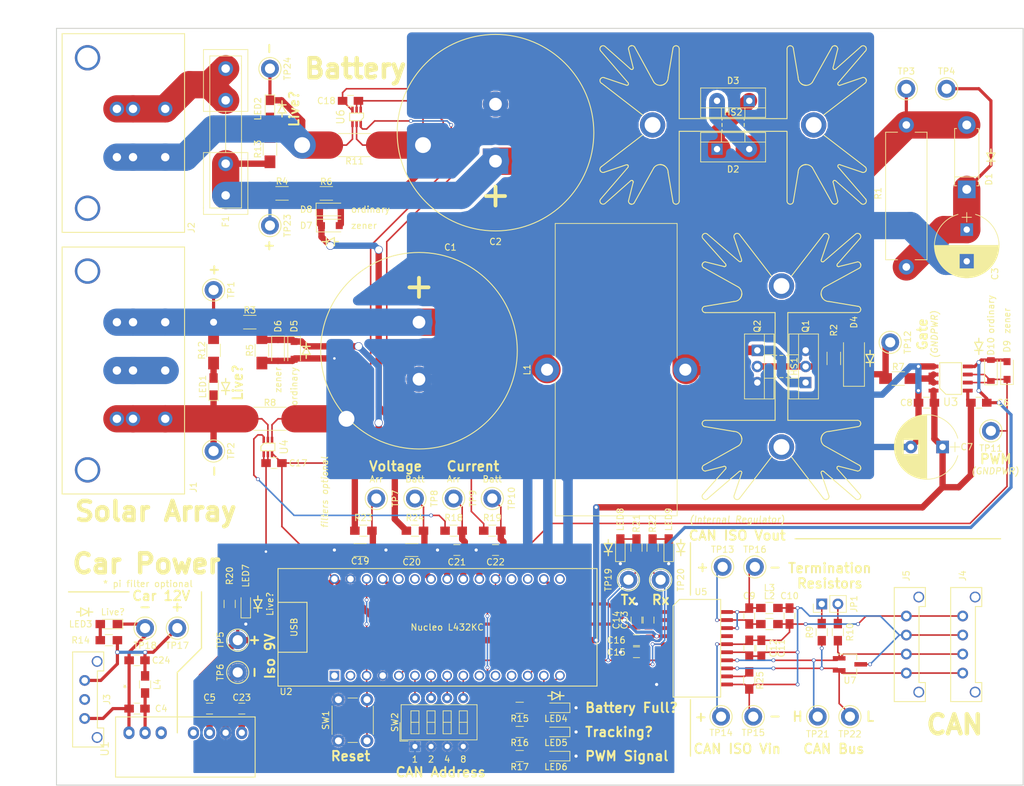
<source format=kicad_pcb>
(kicad_pcb (version 4) (host pcbnew 4.0.7)
  (layers (0 F.Cu signal) (31 B.Cu signal) (34 B.Paste user) (35 F.Paste user) (36 B.SilkS user) (37 F.SilkS user) (38 B.Mask user) (39 F.Mask user) (44 Edge.Cuts user))
  (net 0 "")
  (net 1 /+Arr)
  (net 2 GNDPWR)
  (net 3 /+Batt)
  (net 4 "Net-(C3-Pad1)")
  (net 5 "Net-(C4-Pad1)")
  (net 6 GNDREF)
  (net 7 +9VA)
  (net 8 "Net-(C9-Pad1)")
  (net 9 "Net-(C9-Pad2)")
  (net 10 "Net-(C10-Pad1)")
  (net 11 "Net-(C10-Pad2)")
  (net 12 +5V)
  (net 13 +3V3)
  (net 14 /Array_Voltage)
  (net 15 /Battery_Voltage)
  (net 16 /Array_Current)
  (net 17 /Battery_Current)
  (net 18 "Net-(C23-Pad2)")
  (net 19 +12V)
  (net 20 "Net-(D1-Pad2)")
  (net 21 /Drive_PWM)
  (net 22 /PWM)
  (net 23 "Net-(F1-Pad1)")
  (net 24 /-Arr)
  (net 25 "Net-(J1-Pad2)")
  (net 26 /-Batt)
  (net 27 "Net-(J3-Pad2)")
  (net 28 "Net-(J4-Pad4)")
  (net 29 "Net-(J4-Pad3)")
  (net 30 "Net-(JP1-Pad1)")
  (net 31 "Net-(JP1-Pad2)")
  (net 32 "Net-(LED1-Pad2)")
  (net 33 "Net-(LED2-Pad2)")
  (net 34 "Net-(LED3-Pad2)")
  (net 35 "Net-(LED4-Pad2)")
  (net 36 "Net-(LED5-Pad2)")
  (net 37 "Net-(LED6-Pad2)")
  (net 38 "Net-(LED7-Pad2)")
  (net 39 "Net-(LED8-Pad2)")
  (net 40 "Net-(LED9-Pad2)")
  (net 41 "Net-(R7-Pad2)")
  (net 42 /Battery_Full)
  (net 43 /Tracking)
  (net 44 "Net-(R18-Pad1)")
  (net 45 "Net-(R19-Pad1)")
  (net 46 /CAN_Tx)
  (net 47 /CAN_Rx)
  (net 48 /Reset)
  (net 49 "Net-(SW2-Pad5)")
  (net 50 "Net-(SW2-Pad6)")
  (net 51 "Net-(SW2-Pad7)")
  (net 52 "Net-(SW2-Pad8)")
  (net 53 "Net-(U1-Pad3)")
  (net 54 "Net-(U1-Pad5)")
  (net 55 "Net-(U2-Pad1)")
  (net 56 "Net-(U2-Pad2)")
  (net 57 "Net-(U2-Pad10)")
  (net 58 "Net-(U2-Pad11)")
  (net 59 "Net-(U2-Pad12)")
  (net 60 "Net-(U2-Pad16)")
  (net 61 "Net-(U2-Pad18)")
  (net 62 "Net-(U2-Pad19)")
  (net 63 "Net-(U2-Pad25)")
  (net 64 "Net-(U2-Pad26)")
  (net 65 "Net-(U5-Pad6)")
  (net 66 "Net-(U5-Pad8)")
  (net 67 "Net-(U5-Pad9)")
  (net 68 "Net-(U5-Pad17)")
  (net 69 "Net-(D5-Pad1)")
  (net 70 "Net-(D7-Pad1)")
  (net 71 "Net-(R25-Pad1)")
  (module UTSVT_Passive:CP_Radial_D31mm_P9mm (layer F.Cu) (at 100.33 52.07 90)
    (fp_text reference C2 (at -12.7 0 180) (layer F.SilkS))
    (fp_text value 1000uF hide)
    (pad 1 thru_hole rect (at 0 0 90) (size 4 4) (drill 2) (layers *.Cu *.Mask) (net 3 /+Batt))
    (pad 2 thru_hole circle (at 9 0 90) (size 4 4) (drill 2) (layers *.Cu *.Mask) (net 2 GNDPWR))
  )
  (module UTSVT_Passive:CP_Radial_D31mm_P9mm (layer F.Cu) (at 88.265 77.47 270)
    (fp_text reference C1 (at -11.811 -4.953 360) (layer F.SilkS))
    (fp_text value 1000uF hide)
    (pad 1 thru_hole rect (at 0 0 270) (size 4 4) (drill 2) (layers *.Cu *.Mask) (net 1 /+Arr))
    (pad 2 thru_hole circle (at 9 0 270) (size 4 4) (drill 2) (layers *.Cu *.Mask) (net 2 GNDPWR))
  )
  (module UTSVT_Special:Diode_Symbol_Small (layer F.Cu) (at 109.855 136.398 270)
    (fp_text reference REF** hide)
    (fp_text value Diode_Symbol_Small hide)
  )
  (module UTSVT_Special:Diode_Symbol_Small (layer F.Cu) (at 129.54 113.03 180)
    (fp_text reference REF** hide)
    (fp_text value Diode_Symbol_Small hide)
  )
  (module UTSVT_Special:Diode_Symbol_Small (layer F.Cu) (at 118.11 113.03 180)
    (fp_text reference REF** hide)
    (fp_text value Diode_Symbol_Small hide)
  )
  (module UTSVT_Special:Diode_Symbol_Small (layer F.Cu) (at 35.56 123.19 270)
    (fp_text reference REF** hide)
    (fp_text value Diode_Symbol_Small hide)
  )
  (module UTSVT_Special:Diode_Symbol_Small (layer F.Cu) (at 62.865 121.92 180)
    (fp_text reference REF** hide)
    (fp_text value Diode_Symbol_Small hide)
  )
  (module UTSVT_Special:Diode_Symbol_Small (layer F.Cu) (at 178.435 51.435 180)
    (fp_text reference REF** hide)
    (fp_text value Diode_Symbol_Small hide)
  )
  (module UTSVT_Special:Diode_Symbol_Small (layer F.Cu) (at 176.53 81.28 180)
    (fp_text reference REF** hide)
    (fp_text value Diode_Symbol_Small hide)
  )
  (module UTSVT_Special:Diode_Symbol_Small (layer F.Cu) (at 159.385 83.185 180)
    (fp_text reference REF** hide)
    (fp_text value Diode_Symbol_Small hide)
  )
  (module UTSVT_Special:Diode_Symbol_Small (layer F.Cu) (at 57.785 87.63 180)
    (fp_text reference REF** hide)
    (fp_text value Diode_Symbol_Small hide)
  )
  (module UTSVT_Special:Diode_Symbol_Small (layer F.Cu) (at 70.485 81.915)
    (fp_text reference REF** hide)
    (fp_text value Diode_Symbol_Small hide)
  )
  (module UTSVT_Special:Diode_Symbol_Small (layer F.Cu) (at 74.295 64.77 90)
    (fp_text reference REF** hide)
    (fp_text value Diode_Symbol_Small hide)
  )
  (module Heatsinks:Heatsink_Fischer_SK129-STS_42x25mm_2xDrill2.5mm (layer F.Cu) (at 137.795 46.355)
    (fp_text reference HS2 (at 0 -2) (layer F.SilkS))
    (fp_text value Heatsink_Fischer_SK129-STS_42x25mm_2xDrill2.5mm hide)
    (pad 1 thru_hole circle (at -12.7 0) (size 4 4) (drill 2.5) (layers *.Cu *.Mask))
    (pad 1 thru_hole circle (at 12.7 0) (size 4 4) (drill 2.5) (layers *.Cu *.Mask))
  )
  (module Capacitors_THT:CP_Radial_D10.0mm_P5.00mm (layer F.Cu) (at 174.625 62.865 270)
    (fp_text reference C3 (at 6.985 -4.445 270) (layer F.SilkS))
    (fp_text value CP)
    (pad 1 thru_hole rect (at 0 0 270) (size 2 2) (drill 1) (layers *.Cu *.Mask) (net 4 "Net-(C3-Pad1)"))
    (pad 2 thru_hole circle (at 5 0 270) (size 2 2) (drill 1) (layers *.Cu *.Mask) (net 2 GNDPWR))
  )
  (module Capacitors_SMD:C_0805_HandSoldering (layer F.Cu) (at 43.815 138.43 180)
    (fp_text reference C4 (at -3.81 0 180) (layer F.SilkS))
    (fp_text value 47u hide)
    (pad 1 smd rect (at -1.25 0 180) (size 1.5 1.25) (layers F.Cu F.Paste F.Mask) (net 5 "Net-(C4-Pad1)"))
    (pad 2 smd rect (at 1.25 0 180) (size 1.5 1.25) (layers F.Cu F.Paste F.Mask) (net 6 GNDREF))
  )
  (module Capacitors_SMD:C_0805_HandSoldering (layer F.Cu) (at 55.245 138.43)
    (fp_text reference C5 (at 0 -1.75) (layer F.SilkS))
    (fp_text value 100u hide)
    (pad 1 smd rect (at -1.25 0) (size 1.5 1.25) (layers F.Cu F.Paste F.Mask) (net 7 +9VA))
    (pad 2 smd rect (at 1.25 0) (size 1.5 1.25) (layers F.Cu F.Paste F.Mask) (net 2 GNDPWR))
  )
  (module Capacitors_SMD:C_0805_HandSoldering (layer F.Cu) (at 176.53 90.17 180)
    (fp_text reference C6 (at -3.81 0 180) (layer F.SilkS))
    (fp_text value 0.1u hide)
    (pad 1 smd rect (at -1.25 0 180) (size 1.5 1.25) (layers F.Cu F.Paste F.Mask) (net 2 GNDPWR))
    (pad 2 smd rect (at 1.25 0 180) (size 1.5 1.25) (layers F.Cu F.Paste F.Mask) (net 7 +9VA))
  )
  (module Capacitors_THT:CP_Radial_D10.0mm_P5.00mm (layer F.Cu) (at 170.815 97.155 180)
    (fp_text reference C7 (at -3.81 0 180) (layer F.SilkS))
    (fp_text value 1u hide)
    (pad 1 thru_hole rect (at 0 0 180) (size 2 2) (drill 1) (layers *.Cu *.Mask) (net 7 +9VA))
    (pad 2 thru_hole circle (at 5 0 180) (size 2 2) (drill 1) (layers *.Cu *.Mask) (net 2 GNDPWR))
  )
  (module Capacitors_SMD:C_0805_HandSoldering (layer F.Cu) (at 168.275 90.17 180)
    (fp_text reference C8 (at 3.175 0 180) (layer F.SilkS))
    (fp_text value 0.1u hide)
    (pad 1 smd rect (at -1.25 0 180) (size 1.5 1.25) (layers F.Cu F.Paste F.Mask) (net 7 +9VA))
    (pad 2 smd rect (at 1.25 0 180) (size 1.5 1.25) (layers F.Cu F.Paste F.Mask) (net 2 GNDPWR))
  )
  (module Capacitors_SMD:C_0805 (layer F.Cu) (at 124.46 124.46 90)
    (fp_text reference C13 (at 0 -3.81 90) (layer F.SilkS))
    (fp_text value 10u hide)
    (pad 1 smd rect (at -1 0 90) (size 1 1.25) (layers F.Cu F.Paste F.Mask) (net 12 +5V))
    (pad 2 smd rect (at 1 0 90) (size 1 1.25) (layers F.Cu F.Paste F.Mask) (net 2 GNDPWR))
  )
  (module Capacitors_SMD:C_0805 (layer F.Cu) (at 122.555 124.46 90)
    (fp_text reference C14 (at 0 -3.175 90) (layer F.SilkS))
    (fp_text value 0.1u hide)
    (pad 1 smd rect (at -1 0 90) (size 1 1.25) (layers F.Cu F.Paste F.Mask) (net 12 +5V))
    (pad 2 smd rect (at 1 0 90) (size 1 1.25) (layers F.Cu F.Paste F.Mask) (net 2 GNDPWR))
  )
  (module Capacitors_SMD:C_0805 (layer F.Cu) (at 122.555 129.54 180)
    (fp_text reference C15 (at 3.175 0 180) (layer F.SilkS))
    (fp_text value 0.1u hide)
    (pad 1 smd rect (at -1 0 180) (size 1 1.25) (layers F.Cu F.Paste F.Mask) (net 13 +3V3))
    (pad 2 smd rect (at 1 0 180) (size 1 1.25) (layers F.Cu F.Paste F.Mask) (net 2 GNDPWR))
  )
  (module Capacitors_SMD:C_0805 (layer F.Cu) (at 122.555 127.635 180)
    (fp_text reference C16 (at 3.175 0 180) (layer F.SilkS))
    (fp_text value 0.01u hide)
    (pad 1 smd rect (at -1 0 180) (size 1 1.25) (layers F.Cu F.Paste F.Mask) (net 13 +3V3))
    (pad 2 smd rect (at 1 0 180) (size 1 1.25) (layers F.Cu F.Paste F.Mask) (net 2 GNDPWR))
  )
  (module Capacitors_SMD:C_0805_HandSoldering (layer F.Cu) (at 65.405 99.695 180)
    (fp_text reference C17 (at -3.81 0 180) (layer F.SilkS))
    (fp_text value 0.1uF hide)
    (pad 1 smd rect (at -1.25 0 180) (size 1.5 1.25) (layers F.Cu F.Paste F.Mask) (net 7 +9VA))
    (pad 2 smd rect (at 1.25 0 180) (size 1.5 1.25) (layers F.Cu F.Paste F.Mask) (net 2 GNDPWR))
  )
  (module Capacitors_SMD:C_0805_HandSoldering (layer F.Cu) (at 77.47 42.545)
    (fp_text reference C18 (at -3.81 0) (layer F.SilkS))
    (fp_text value 0.1uF hide)
    (pad 1 smd rect (at -1.25 0) (size 1.5 1.25) (layers F.Cu F.Paste F.Mask) (net 7 +9VA))
    (pad 2 smd rect (at 1.25 0) (size 1.5 1.25) (layers F.Cu F.Paste F.Mask) (net 2 GNDPWR))
  )
  (module Capacitors_SMD:C_1206_HandSoldering (layer F.Cu) (at 78.994 113.411 180)
    (fp_text reference C19 (at 0 -1.75 180) (layer F.SilkS))
    (fp_text value 1uF hide)
    (pad 1 smd rect (at -2 0 180) (size 2 1.6) (layers F.Cu F.Paste F.Mask) (net 14 /Array_Voltage))
    (pad 2 smd rect (at 2 0 180) (size 2 1.6) (layers F.Cu F.Paste F.Mask) (net 2 GNDPWR))
  )
  (module Capacitors_SMD:C_1206_HandSoldering (layer F.Cu) (at 87.122 113.411 180)
    (fp_text reference C20 (at 0 -1.905 180) (layer F.SilkS))
    (fp_text value 1uF hide)
    (pad 1 smd rect (at -2 0 180) (size 2 1.6) (layers F.Cu F.Paste F.Mask) (net 15 /Battery_Voltage))
    (pad 2 smd rect (at 2 0 180) (size 2 1.6) (layers F.Cu F.Paste F.Mask) (net 2 GNDPWR))
  )
  (module Capacitors_SMD:C_0805_HandSoldering (layer F.Cu) (at 94.234 113.411 180)
    (fp_text reference C21 (at 0 -1.905 180) (layer F.SilkS))
    (fp_text value 1uF hide)
    (pad 1 smd rect (at -1.25 0 180) (size 1.5 1.25) (layers F.Cu F.Paste F.Mask) (net 16 /Array_Current))
    (pad 2 smd rect (at 1.25 0 180) (size 1.5 1.25) (layers F.Cu F.Paste F.Mask) (net 2 GNDPWR))
  )
  (module Capacitors_SMD:C_0805_HandSoldering (layer F.Cu) (at 100.33 113.411 180)
    (fp_text reference C22 (at 0 -1.905 180) (layer F.SilkS))
    (fp_text value 1uF hide)
    (pad 1 smd rect (at -1.25 0 180) (size 1.5 1.25) (layers F.Cu F.Paste F.Mask) (net 17 /Battery_Current))
    (pad 2 smd rect (at 1.25 0 180) (size 1.5 1.25) (layers F.Cu F.Paste F.Mask) (net 2 GNDPWR))
  )
  (module Capacitors_SMD:C_0805_HandSoldering (layer F.Cu) (at 60.325 138.43)
    (fp_text reference C23 (at 0 -1.75) (layer F.SilkS))
    (fp_text value 10u hide)
    (pad 1 smd rect (at -1.25 0) (size 1.5 1.25) (layers F.Cu F.Paste F.Mask) (net 2 GNDPWR))
    (pad 2 smd rect (at 1.25 0) (size 1.5 1.25) (layers F.Cu F.Paste F.Mask) (net 18 "Net-(C23-Pad2)"))
  )
  (module Capacitors_SMD:C_0805_HandSoldering (layer F.Cu) (at 43.815 130.81)
    (fp_text reference C24 (at 3.81 0) (layer F.SilkS))
    (fp_text value 100u hide)
    (pad 1 smd rect (at -1.25 0) (size 1.5 1.25) (layers F.Cu F.Paste F.Mask) (net 6 GNDREF))
    (pad 2 smd rect (at 1.25 0) (size 1.5 1.25) (layers F.Cu F.Paste F.Mask) (net 19 +12V))
  )
  (module Diodes_THT:D_5W_P10.16mm_Horizontal (layer F.Cu) (at 174.625 56.515 90)
    (fp_text reference D1 (at 1.5875 3.4925 90) (layer F.SilkS))
    (fp_text value Diode hide)
    (pad 1 thru_hole rect (at 0 0 90) (size 2.8 2.8) (drill 1.4) (layers *.Cu *.Mask) (net 4 "Net-(C3-Pad1)"))
    (pad 2 thru_hole oval (at 10.16 0 90) (size 2.8 2.8) (drill 1.4) (layers *.Cu *.Mask) (net 20 "Net-(D1-Pad2)"))
  )
  (module TO_SOT_Packages_THT:TO-220-2_Vertical (layer F.Cu) (at 135.255 50.165)
    (fp_text reference D2 (at 2.54 3.175) (layer F.SilkS))
    (fp_text value Schottky)
    (pad 1 thru_hole rect (at 0 0) (size 1.8 1.8) (drill 1) (layers *.Cu *.Mask) (net 3 /+Batt))
    (pad 2 thru_hole oval (at 5.08 0) (size 1.8 1.8) (drill 1) (layers *.Cu *.Mask) (net 20 "Net-(D1-Pad2)"))
  )
  (module TO_SOT_Packages_THT:TO-220-2_Vertical (layer F.Cu) (at 140.335 42.545 180)
    (fp_text reference D3 (at 2.54 3.175 180) (layer F.SilkS))
    (fp_text value Schottky hide)
    (pad 1 thru_hole rect (at 0 0 180) (size 1.8 1.8) (drill 1) (layers *.Cu *.Mask) (net 3 /+Batt))
    (pad 2 thru_hole oval (at 5.08 0 180) (size 1.8 1.8) (drill 1) (layers *.Cu *.Mask) (net 20 "Net-(D1-Pad2)"))
  )
  (module Diodes_SMD:D_SMA_Handsoldering (layer F.Cu) (at 156.845 83.185 90)
    (fp_text reference D4 (at 5.715 0 90) (layer F.SilkS))
    (fp_text value "18V Zener" hide)
    (pad 1 smd rect (at -2.5 0 90) (size 3.5 1.8) (layers F.Cu F.Paste F.Mask) (net 21 /Drive_PWM))
    (pad 2 smd rect (at 2.5 0 90) (size 3.5 1.8) (layers F.Cu F.Paste F.Mask) (net 2 GNDPWR))
  )
  (module Diodes_SMD:D_SOD-123F (layer F.Cu) (at 68.58 81.915 270)
    (fp_text reference D5 (at -3.81 0 270) (layer F.SilkS))
    (fp_text value Zener hide)
    (pad 1 smd rect (at -1.4 0 270) (size 1.1 1.1) (layers F.Cu F.Paste F.Mask) (net 69 "Net-(D5-Pad1)"))
    (pad 2 smd rect (at 1.4 0 270) (size 1.1 1.1) (layers F.Cu F.Paste F.Mask) (net 2 GNDPWR))
  )
  (module Diodes_SMD:D_SOD-123 (layer F.Cu) (at 66.04 81.915 270)
    (fp_text reference D6 (at -3.81 0 270) (layer F.SilkS))
    (fp_text value Diode hide)
    (pad 1 smd rect (at -1.65 0 270) (size 0.9 1.2) (layers F.Cu F.Paste F.Mask) (net 69 "Net-(D5-Pad1)"))
    (pad 2 smd rect (at 1.65 0 270) (size 0.9 1.2) (layers F.Cu F.Paste F.Mask) (net 2 GNDPWR))
  )
  (module Diodes_SMD:D_SOD-123F (layer F.Cu) (at 74.295 62.23)
    (fp_text reference D7 (at -3.81 0) (layer F.SilkS))
    (fp_text value Zener hide)
    (pad 1 smd rect (at -1.4 0) (size 1.1 1.1) (layers F.Cu F.Paste F.Mask) (net 70 "Net-(D7-Pad1)"))
    (pad 2 smd rect (at 1.4 0) (size 1.1 1.1) (layers F.Cu F.Paste F.Mask) (net 2 GNDPWR))
  )
  (module Diodes_SMD:D_SOD-123 (layer F.Cu) (at 74.295 59.69)
    (fp_text reference D8 (at -3.81 0) (layer F.SilkS))
    (fp_text value Diode hide)
    (pad 1 smd rect (at -1.65 0) (size 0.9 1.2) (layers F.Cu F.Paste F.Mask) (net 70 "Net-(D7-Pad1)"))
    (pad 2 smd rect (at 1.65 0) (size 0.9 1.2) (layers F.Cu F.Paste F.Mask) (net 2 GNDPWR))
  )
  (module Diodes_SMD:D_SOD-123F (layer F.Cu) (at 180.975 85.09 90)
    (fp_text reference D9 (at 3.81 0 90) (layer F.SilkS))
    (fp_text value Zener hide)
    (pad 1 smd rect (at -1.4 0 90) (size 1.1 1.1) (layers F.Cu F.Paste F.Mask) (net 22 /PWM))
    (pad 2 smd rect (at 1.4 0 90) (size 1.1 1.1) (layers F.Cu F.Paste F.Mask) (net 2 GNDPWR))
  )
  (module Diodes_SMD:D_SOD-123 (layer F.Cu) (at 178.435 85.09 90)
    (fp_text reference D10 (at 3.81 0 90) (layer F.SilkS))
    (fp_text value Diode hide)
    (pad 1 smd rect (at -1.65 0 90) (size 0.9 1.2) (layers F.Cu F.Paste F.Mask) (net 22 /PWM))
    (pad 2 smd rect (at 1.65 0 90) (size 0.9 1.2) (layers F.Cu F.Paste F.Mask) (net 2 GNDPWR))
  )
  (module Fuse_Holders_and_Fuses:Fuseholder5x20_horiz_open_inline_Type-I (layer F.Cu) (at 57.785 37.465 270)
    (fp_text reference F1 (at 24.13 0 270) (layer F.SilkS))
    (fp_text value Fuse hide)
    (pad 2 thru_hole circle (at 15 0 270) (size 2.35 2.35) (drill 1.35) (layers *.Cu *.Mask) (net 3 /+Batt))
    (pad 2 thru_hole circle (at 20 0 270) (size 2.35 2.35) (drill 1.35) (layers *.Cu *.Mask) (net 3 /+Batt))
    (pad 1 thru_hole circle (at 5 0 270) (size 2.35 2.35) (drill 1.35) (layers *.Cu *.Mask) (net 23 "Net-(F1-Pad1)"))
    (pad 1 thru_hole circle (at 0 0 270) (size 2.35 2.35) (drill 1.35) (layers *.Cu *.Mask) (net 23 "Net-(F1-Pad1)"))
  )
  (module UTSVT_Connectors:PhoenixContact_PowerCombicon5_GF_3x7.62mm (layer F.Cu) (at 48.26 77.47 270)
    (fp_text reference J1 (at 26.035 -4.445 270) (layer F.SilkS))
    (fp_text value "Solar Array" hide)
    (pad 3 thru_hole circle (at 15.24 7.62 270) (size 2.286 2.286) (drill 1.3208) (layers *.Cu *.Mask) (net 24 /-Arr))
    (pad 3 thru_hole circle (at 15.24 5.08 270) (size 2.286 2.286) (drill 1.3208) (layers *.Cu *.Mask) (net 24 /-Arr))
    (pad 3 thru_hole circle (at 15.24 0 270) (size 2.286 2.286) (drill 1.3208) (layers *.Cu *.Mask) (net 24 /-Arr))
    (pad 1 thru_hole circle (at 0 0 270) (size 2.286 2.286) (drill 1.3208) (layers *.Cu *.Mask) (net 1 /+Arr))
    (pad 2 thru_hole circle (at 7.62 0 270) (size 2.286 2.286) (drill 1.3208) (layers *.Cu *.Mask) (net 25 "Net-(J1-Pad2)"))
    (pad 1 thru_hole circle (at 0 5.08 270) (size 2.286 2.286) (drill 1.3208) (layers *.Cu *.Mask) (net 1 /+Arr))
    (pad 1 thru_hole circle (at 0 7.62 270) (size 2.286 2.286) (drill 1.3208) (layers *.Cu *.Mask) (net 1 /+Arr))
    (pad 2 thru_hole circle (at 7.62 5.08 270) (size 2.286 2.286) (drill 1.3208) (layers *.Cu *.Mask) (net 25 "Net-(J1-Pad2)"))
    (pad 2 thru_hole circle (at 7.62 7.62 270) (size 2.286 2.286) (drill 1.3208) (layers *.Cu *.Mask) (net 25 "Net-(J1-Pad2)"))
    (pad "" np_thru_hole circle (at -8.06 12.25 270) (size 4 4) (drill 3.2) (layers *.Cu *.Mask))
    (pad "" np_thru_hole circle (at 23.3 12.25 270) (size 4 4) (drill 3.2) (layers *.Cu *.Mask))
  )
  (module UTSVT_Connectors:PhoenixContact_PowerCombicon5_GF_2x7.62mm (layer F.Cu) (at 48.26 43.815 270)
    (fp_text reference J2 (at 18.7325 -4.1275 450) (layer F.SilkS))
    (fp_text value Battery hide)
    (pad 1 thru_hole circle (at 0 0 270) (size 2.286 2.286) (drill 1.3208) (layers *.Cu *.Mask) (net 23 "Net-(F1-Pad1)"))
    (pad 2 thru_hole circle (at 7.62 0 270) (size 2.286 2.286) (drill 1.3208) (layers *.Cu *.Mask) (net 26 /-Batt))
    (pad 1 thru_hole circle (at 0 5.08 270) (size 2.286 2.286) (drill 1.3208) (layers *.Cu *.Mask) (net 23 "Net-(F1-Pad1)"))
    (pad 1 thru_hole circle (at 0 7.62 270) (size 2.286 2.286) (drill 1.3208) (layers *.Cu *.Mask) (net 23 "Net-(F1-Pad1)"))
    (pad 2 thru_hole circle (at 7.62 5.08 270) (size 2.286 2.286) (drill 1.3208) (layers *.Cu *.Mask) (net 26 /-Batt))
    (pad 2 thru_hole circle (at 7.62 7.62 270) (size 2.286 2.286) (drill 1.3208) (layers *.Cu *.Mask) (net 26 /-Batt))
    (pad "" np_thru_hole circle (at -8.06 12.25 270) (size 4 4) (drill 3.2) (layers *.Cu *.Mask))
    (pad "" np_thru_hole circle (at 15.68 12.25 270) (size 4 4) (drill 3.2) (layers *.Cu *.Mask))
  )
  (module UTSVT_Connectors:Molex_MicroFit3.0_1x3xP3.00mm_PolarizingPeg_Vertical (layer F.Cu) (at 35.56 133.985 270)
    (fp_text reference J3 (at 3 -3.5 270) (layer F.SilkS))
    (fp_text value "Car Power" hide)
    (pad "" np_thru_hole circle (at 9 -1.96 270) (size 1.7 1.7) (drill 1.27) (layers *.Cu *.Mask))
    (pad 1 thru_hole circle (at 0 0 270) (size 1.7 1.7) (drill 1.02) (layers *.Cu *.Mask) (net 19 +12V))
    (pad 2 thru_hole circle (at 3 0 270) (size 1.7 1.7) (drill 1.02) (layers *.Cu *.Mask) (net 27 "Net-(J3-Pad2)"))
    (pad 3 thru_hole circle (at 6 0 270) (size 1.7 1.7) (drill 1.02) (layers *.Cu *.Mask) (net 6 GNDREF))
    (pad "" np_thru_hole circle (at -3 -1.96 270) (size 1.7 1.7) (drill 1.27) (layers *.Cu *.Mask))
  )
  (module UTSVT_Connectors:Molex_MicroFit3.0_1x4xP3.00mm_PolarizingPeg_Vertical (layer F.Cu) (at 173.99 123.825 270)
    (fp_text reference J4 (at -6.35 0 270) (layer F.SilkS))
    (fp_text value CAN_In)
    (pad 4 thru_hole circle (at 9 0 270) (size 1.7 1.7) (drill 1.02) (layers *.Cu *.Mask) (net 28 "Net-(J4-Pad4)"))
    (pad "" np_thru_hole circle (at 12 -1.96 270) (size 1.7 1.7) (drill 1.27) (layers *.Cu *.Mask))
    (pad 1 thru_hole circle (at 0 0 270) (size 1.7 1.7) (drill 1.02) (layers *.Cu *.Mask) (net 10 "Net-(C10-Pad1)"))
    (pad 2 thru_hole circle (at 3 0 270) (size 1.7 1.7) (drill 1.02) (layers *.Cu *.Mask) (net 11 "Net-(C10-Pad2)"))
    (pad 3 thru_hole circle (at 6 0 270) (size 1.7 1.7) (drill 1.02) (layers *.Cu *.Mask) (net 29 "Net-(J4-Pad3)"))
    (pad "" np_thru_hole circle (at -3 -1.96 270) (size 1.7 1.7) (drill 1.27) (layers *.Cu *.Mask))
  )
  (module UTSVT_Connectors:Molex_MicroFit3.0_1x4xP3.00mm_PolarizingPeg_Vertical (layer F.Cu) (at 165.1 123.825 270)
    (fp_text reference J5 (at -6.35 0 270) (layer F.SilkS))
    (fp_text value CAN_Out)
    (pad 4 thru_hole circle (at 9 0 270) (size 1.7 1.7) (drill 1.02) (layers *.Cu *.Mask) (net 28 "Net-(J4-Pad4)"))
    (pad "" np_thru_hole circle (at 12 -1.96 270) (size 1.7 1.7) (drill 1.27) (layers *.Cu *.Mask))
    (pad 1 thru_hole circle (at 0 0 270) (size 1.7 1.7) (drill 1.02) (layers *.Cu *.Mask) (net 10 "Net-(C10-Pad1)"))
    (pad 2 thru_hole circle (at 3 0 270) (size 1.7 1.7) (drill 1.02) (layers *.Cu *.Mask) (net 11 "Net-(C10-Pad2)"))
    (pad 3 thru_hole circle (at 6 0 270) (size 1.7 1.7) (drill 1.02) (layers *.Cu *.Mask) (net 29 "Net-(J4-Pad3)"))
    (pad "" np_thru_hole circle (at -3 -1.96 270) (size 1.7 1.7) (drill 1.27) (layers *.Cu *.Mask))
  )
  (module Pin_Headers:Pin_Header_Straight_1x02_Pitch2.54mm (layer F.Cu) (at 151.765 121.92 90)
    (fp_text reference JP1 (at 0 5.08 90) (layer F.SilkS))
    (fp_text value "Termination Resistors" hide)
    (pad 1 thru_hole rect (at 0 0 90) (size 1.7 1.7) (drill 1) (layers *.Cu *.Mask) (net 30 "Net-(JP1-Pad1)"))
    (pad 2 thru_hole oval (at 0 2.54 90) (size 1.7 1.7) (drill 1) (layers *.Cu *.Mask) (net 31 "Net-(JP1-Pad2)"))
  )
  (module Inductors_THT:L_Toroid_Vertical_L46.0mm_W19.1mm_P21.80mm_Bourns_5700 (layer F.Cu) (at 108.458 84.963 90)
    (fp_text reference L1 (at 0 -3.15 90) (layer F.SilkS))
    (fp_text value 560uH hide)
    (pad 1 thru_hole circle (at 0 0 90) (size 3.8 3.8) (drill 1.9) (layers *.Cu *.Mask) (net 1 /+Arr))
    (pad 2 thru_hole circle (at 0 21.8 90) (size 3.8 3.8) (drill 1.9) (layers *.Cu *.Mask) (net 20 "Net-(D1-Pad2)"))
  )
  (module Inductors_SMD:L_0805_HandSoldering (layer F.Cu) (at 45.085 134.62 270)
    (fp_text reference L4 (at 0 -1.905 270) (layer F.SilkS))
    (fp_text value 4.7u hide)
    (pad 1 smd rect (at -1.35 0 270) (size 1.5 1.3) (layers F.Cu F.Paste F.Mask) (net 19 +12V))
    (pad 2 smd rect (at 1.35 0 270) (size 1.5 1.3) (layers F.Cu F.Paste F.Mask) (net 5 "Net-(C4-Pad1)"))
  )
  (module LEDs:LED_0805_HandSoldering (layer F.Cu) (at 55.88 87.63 90)
    (fp_text reference LED1 (at 0 -1.7 90) (layer F.SilkS))
    (fp_text value "Array Live?" hide)
    (pad 1 smd rect (at -1.35 0 90) (size 1.5 1.3) (layers F.Cu F.Paste F.Mask) (net 24 /-Arr))
    (pad 2 smd rect (at 1.35 0 90) (size 1.5 1.3) (layers F.Cu F.Paste F.Mask) (net 32 "Net-(LED1-Pad2)"))
  )
  (module LEDs:LED_0805_HandSoldering (layer F.Cu) (at 64.77 43.815 270)
    (fp_text reference LED2 (at 0 1.905 270) (layer F.SilkS))
    (fp_text value "Battery Live?" hide)
    (pad 1 smd rect (at -1.35 0 270) (size 1.5 1.3) (layers F.Cu F.Paste F.Mask) (net 26 /-Batt))
    (pad 2 smd rect (at 1.35 0 270) (size 1.5 1.3) (layers F.Cu F.Paste F.Mask) (net 33 "Net-(LED2-Pad2)"))
  )
  (module LEDs:LED_0805_HandSoldering (layer F.Cu) (at 39.37 125.095 180)
    (fp_text reference LED3 (at 4.445 0 180) (layer F.SilkS))
    (fp_text value "Car Power Live?" hide)
    (pad 1 smd rect (at -1.35 0 180) (size 1.5 1.3) (layers F.Cu F.Paste F.Mask) (net 6 GNDREF))
    (pad 2 smd rect (at 1.35 0 180) (size 1.5 1.3) (layers F.Cu F.Paste F.Mask) (net 34 "Net-(LED3-Pad2)"))
  )
  (module LEDs:LED_0805_HandSoldering (layer F.Cu) (at 109.855 138.303 180)
    (fp_text reference LED4 (at 0 -1.7 180) (layer F.SilkS))
    (fp_text value "Battery Full?" hide)
    (pad 1 smd rect (at -1.35 0 180) (size 1.5 1.3) (layers F.Cu F.Paste F.Mask) (net 2 GNDPWR))
    (pad 2 smd rect (at 1.35 0 180) (size 1.5 1.3) (layers F.Cu F.Paste F.Mask) (net 35 "Net-(LED4-Pad2)"))
  )
  (module LEDs:LED_0805_HandSoldering (layer F.Cu) (at 109.855 142.113 180)
    (fp_text reference LED5 (at 0 -1.7 180) (layer F.SilkS))
    (fp_text value Tracking? hide)
    (pad 1 smd rect (at -1.35 0 180) (size 1.5 1.3) (layers F.Cu F.Paste F.Mask) (net 2 GNDPWR))
    (pad 2 smd rect (at 1.35 0 180) (size 1.5 1.3) (layers F.Cu F.Paste F.Mask) (net 36 "Net-(LED5-Pad2)"))
  )
  (module LEDs:LED_0805_HandSoldering (layer F.Cu) (at 109.855 145.923 180)
    (fp_text reference LED6 (at 0 -1.7 180) (layer F.SilkS))
    (fp_text value PWM hide)
    (pad 1 smd rect (at -1.35 0 180) (size 1.5 1.3) (layers F.Cu F.Paste F.Mask) (net 2 GNDPWR))
    (pad 2 smd rect (at 1.35 0 180) (size 1.5 1.3) (layers F.Cu F.Paste F.Mask) (net 37 "Net-(LED6-Pad2)"))
  )
  (module LEDs:LED_0805_HandSoldering (layer F.Cu) (at 60.96 121.92 90)
    (fp_text reference LED7 (at 4.445 0 90) (layer F.SilkS))
    (fp_text value "Iso 9V Live?" hide)
    (pad 1 smd rect (at -1.35 0 90) (size 1.5 1.3) (layers F.Cu F.Paste F.Mask) (net 2 GNDPWR))
    (pad 2 smd rect (at 1.35 0 90) (size 1.5 1.3) (layers F.Cu F.Paste F.Mask) (net 38 "Net-(LED7-Pad2)"))
  )
  (module LEDs:LED_0805_HandSoldering (layer F.Cu) (at 120.015 113.03 90)
    (fp_text reference LED8 (at 4.445 0 90) (layer F.SilkS))
    (fp_text value CAN_Tx hide)
    (pad 1 smd rect (at -1.35 0 90) (size 1.5 1.3) (layers F.Cu F.Paste F.Mask) (net 2 GNDPWR))
    (pad 2 smd rect (at 1.35 0 90) (size 1.5 1.3) (layers F.Cu F.Paste F.Mask) (net 39 "Net-(LED8-Pad2)"))
  )
  (module LEDs:LED_0805_HandSoldering (layer F.Cu) (at 127.635 113.03 90)
    (fp_text reference LED9 (at 4.445 0 90) (layer F.SilkS))
    (fp_text value CAN_Rx hide)
    (pad 1 smd rect (at -1.35 0 90) (size 1.5 1.3) (layers F.Cu F.Paste F.Mask) (net 2 GNDPWR))
    (pad 2 smd rect (at 1.35 0 90) (size 1.5 1.3) (layers F.Cu F.Paste F.Mask) (net 40 "Net-(LED9-Pad2)"))
  )
  (module TO_SOT_Packages_THT:TO-220-3_Vertical (layer F.Cu) (at 149.225 86.995 90)
    (fp_text reference Q1 (at 8.89 0 90) (layer F.SilkS))
    (fp_text value 200N25N hide)
    (pad 1 thru_hole rect (at 0 0 90) (size 1.8 1.8) (drill 1) (layers *.Cu *.Mask) (net 20 "Net-(D1-Pad2)"))
    (pad 2 thru_hole oval (at 2.54 0 90) (size 1.8 1.8) (drill 1) (layers *.Cu *.Mask) (net 21 /Drive_PWM))
    (pad 3 thru_hole oval (at 5.08 0 90) (size 1.8 1.8) (drill 1) (layers *.Cu *.Mask) (net 2 GNDPWR))
  )
  (module TO_SOT_Packages_THT:TO-220-3_Vertical (layer F.Cu) (at 141.605 81.915 270)
    (fp_text reference Q2 (at -3.81 0 270) (layer F.SilkS))
    (fp_text value 200N25N hide)
    (pad 1 thru_hole rect (at 0 0 270) (size 1.8 1.8) (drill 1) (layers *.Cu *.Mask) (net 20 "Net-(D1-Pad2)"))
    (pad 2 thru_hole oval (at 2.54 0 270) (size 1.8 1.8) (drill 1) (layers *.Cu *.Mask) (net 21 /Drive_PWM))
    (pad 3 thru_hole oval (at 5.08 0 270) (size 1.8 1.8) (drill 1) (layers *.Cu *.Mask) (net 2 GNDPWR))
  )
  (module Resistors_THT:R_Axial_Power_L20.0mm_W6.4mm_P22.40mm (layer F.Cu) (at 165.1 46.355 270)
    (fp_text reference R1 (at 10.795 4.445 270) (layer F.SilkS))
    (fp_text value R hide)
    (pad 1 thru_hole circle (at 0 0 270) (size 2.4 2.4) (drill 1.2) (layers *.Cu *.Mask) (net 20 "Net-(D1-Pad2)"))
    (pad 2 thru_hole oval (at 22.4 0 270) (size 2.4 2.4) (drill 1.2) (layers *.Cu *.Mask) (net 4 "Net-(C3-Pad1)"))
  )
  (module Resistors_SMD:R_1206_HandSoldering (layer F.Cu) (at 153.67 83.185 90)
    (fp_text reference R2 (at 4.445 0 90) (layer F.SilkS))
    (fp_text value 10k hide)
    (pad 1 smd rect (at -2 0 90) (size 2 1.7) (layers F.Cu F.Paste F.Mask) (net 21 /Drive_PWM))
    (pad 2 smd rect (at 2 0 90) (size 2 1.7) (layers F.Cu F.Paste F.Mask) (net 2 GNDPWR))
  )
  (module Resistors_SMD:R_1206_HandSoldering (layer F.Cu) (at 61.595 77.47)
    (fp_text reference R3 (at 0 -1.905) (layer F.SilkS))
    (fp_text value 100k hide)
    (pad 1 smd rect (at -2 0) (size 2 1.7) (layers F.Cu F.Paste F.Mask) (net 1 /+Arr))
    (pad 2 smd rect (at 2 0) (size 2 1.7) (layers F.Cu F.Paste F.Mask) (net 69 "Net-(D5-Pad1)"))
  )
  (module Resistors_SMD:R_1206_HandSoldering (layer F.Cu) (at 66.675 57.15)
    (fp_text reference R4 (at 0 -1.905) (layer F.SilkS))
    (fp_text value 100k hide)
    (pad 1 smd rect (at -2 0) (size 2 1.7) (layers F.Cu F.Paste F.Mask) (net 3 /+Batt))
    (pad 2 smd rect (at 2 0) (size 2 1.7) (layers F.Cu F.Paste F.Mask) (net 70 "Net-(D7-Pad1)"))
  )
  (module Resistors_SMD:R_1206_HandSoldering (layer F.Cu) (at 63.5 81.915 270)
    (fp_text reference R5 (at 0 1.905 270) (layer F.SilkS))
    (fp_text value 2k hide)
    (pad 1 smd rect (at -2 0 270) (size 2 1.7) (layers F.Cu F.Paste F.Mask) (net 69 "Net-(D5-Pad1)"))
    (pad 2 smd rect (at 2 0 270) (size 2 1.7) (layers F.Cu F.Paste F.Mask) (net 2 GNDPWR))
  )
  (module Resistors_SMD:R_1206_HandSoldering (layer F.Cu) (at 73.66 57.15)
    (fp_text reference R6 (at 0 -1.85) (layer F.SilkS))
    (fp_text value 2k hide)
    (pad 1 smd rect (at -2 0) (size 2 1.7) (layers F.Cu F.Paste F.Mask) (net 70 "Net-(D7-Pad1)"))
    (pad 2 smd rect (at 2 0) (size 2 1.7) (layers F.Cu F.Paste F.Mask) (net 2 GNDPWR))
  )
  (module Resistors_SMD:R_1206_HandSoldering (layer F.Cu) (at 163.83 86.36)
    (fp_text reference R7 (at 0 -1.85) (layer F.SilkS))
    (fp_text value 1R5 hide)
    (pad 1 smd rect (at -2 0) (size 2 1.7) (layers F.Cu F.Paste F.Mask) (net 21 /Drive_PWM))
    (pad 2 smd rect (at 2 0) (size 2 1.7) (layers F.Cu F.Paste F.Mask) (net 41 "Net-(R7-Pad2)"))
  )
  (module Resistors_SMD:R_0805_HandSoldering (layer F.Cu) (at 151.765 126.365 270)
    (fp_text reference R9 (at 0 1.905 270) (layer F.SilkS))
    (fp_text value 60 hide)
    (pad 1 smd rect (at -1.35 0 270) (size 1.5 1.3) (layers F.Cu F.Paste F.Mask) (net 30 "Net-(JP1-Pad1)"))
    (pad 2 smd rect (at 1.35 0 270) (size 1.5 1.3) (layers F.Cu F.Paste F.Mask) (net 28 "Net-(J4-Pad4)"))
  )
  (module Resistors_SMD:R_0805_HandSoldering (layer F.Cu) (at 154.305 126.365 270)
    (fp_text reference R10 (at 0 -1.905 270) (layer F.SilkS))
    (fp_text value 60 hide)
    (pad 1 smd rect (at -1.35 0 270) (size 1.5 1.3) (layers F.Cu F.Paste F.Mask) (net 31 "Net-(JP1-Pad2)"))
    (pad 2 smd rect (at 1.35 0 270) (size 1.5 1.3) (layers F.Cu F.Paste F.Mask) (net 29 "Net-(J4-Pad3)"))
  )
  (module Resistors_SMD:R_1206_HandSoldering (layer F.Cu) (at 55.88 81.915 90)
    (fp_text reference R12 (at 0 -1.85 90) (layer F.SilkS))
    (fp_text value 40K hide)
    (pad 1 smd rect (at -2 0 90) (size 2 1.7) (layers F.Cu F.Paste F.Mask) (net 32 "Net-(LED1-Pad2)"))
    (pad 2 smd rect (at 2 0 90) (size 2 1.7) (layers F.Cu F.Paste F.Mask) (net 1 /+Arr))
  )
  (module Resistors_SMD:R_1206_HandSoldering (layer F.Cu) (at 64.77 50.165 270)
    (fp_text reference R13 (at 0 1.905 270) (layer F.SilkS))
    (fp_text value 40K hide)
    (pad 1 smd rect (at -2 0 270) (size 2 1.7) (layers F.Cu F.Paste F.Mask) (net 33 "Net-(LED2-Pad2)"))
    (pad 2 smd rect (at 2 0 270) (size 2 1.7) (layers F.Cu F.Paste F.Mask) (net 3 /+Batt))
  )
  (module Resistors_SMD:R_0805_HandSoldering (layer F.Cu) (at 39.37 127.635)
    (fp_text reference R14 (at -4.445 0) (layer F.SilkS))
    (fp_text value 2K hide)
    (pad 1 smd rect (at -1.35 0) (size 1.5 1.3) (layers F.Cu F.Paste F.Mask) (net 34 "Net-(LED3-Pad2)"))
    (pad 2 smd rect (at 1.35 0) (size 1.5 1.3) (layers F.Cu F.Paste F.Mask) (net 19 +12V))
  )
  (module Resistors_SMD:R_0805_HandSoldering (layer F.Cu) (at 104.14 138.303 180)
    (fp_text reference R15 (at 0 -1.7 180) (layer F.SilkS))
    (fp_text value 330R hide)
    (pad 1 smd rect (at -1.35 0 180) (size 1.5 1.3) (layers F.Cu F.Paste F.Mask) (net 35 "Net-(LED4-Pad2)"))
    (pad 2 smd rect (at 1.35 0 180) (size 1.5 1.3) (layers F.Cu F.Paste F.Mask) (net 42 /Battery_Full))
  )
  (module Resistors_SMD:R_0805_HandSoldering (layer F.Cu) (at 104.14 142.113 180)
    (fp_text reference R16 (at 0 -1.7 180) (layer F.SilkS))
    (fp_text value 330R hide)
    (pad 1 smd rect (at -1.35 0 180) (size 1.5 1.3) (layers F.Cu F.Paste F.Mask) (net 36 "Net-(LED5-Pad2)"))
    (pad 2 smd rect (at 1.35 0 180) (size 1.5 1.3) (layers F.Cu F.Paste F.Mask) (net 43 /Tracking))
  )
  (module Resistors_SMD:R_0805_HandSoldering (layer F.Cu) (at 104.14 145.923 180)
    (fp_text reference R17 (at 0 -1.7 180) (layer F.SilkS))
    (fp_text value 330R hide)
    (pad 1 smd rect (at -1.35 0 180) (size 1.5 1.3) (layers F.Cu F.Paste F.Mask) (net 37 "Net-(LED6-Pad2)"))
    (pad 2 smd rect (at 1.35 0 180) (size 1.5 1.3) (layers F.Cu F.Paste F.Mask) (net 22 /PWM))
  )
  (module Resistors_SMD:R_0805_HandSoldering (layer F.Cu) (at 93.726 110.363)
    (fp_text reference R18 (at 0 -2.032) (layer F.SilkS))
    (fp_text value 1.7k hide)
    (pad 1 smd rect (at -1.35 0) (size 1.5 1.3) (layers F.Cu F.Paste F.Mask) (net 44 "Net-(R18-Pad1)"))
    (pad 2 smd rect (at 1.35 0) (size 1.5 1.3) (layers F.Cu F.Paste F.Mask) (net 16 /Array_Current))
  )
  (module Resistors_SMD:R_0805_HandSoldering (layer F.Cu) (at 99.822 110.363)
    (fp_text reference R19 (at 0 -2.032) (layer F.SilkS))
    (fp_text value 1.7k hide)
    (pad 1 smd rect (at -1.35 0) (size 1.5 1.3) (layers F.Cu F.Paste F.Mask) (net 45 "Net-(R19-Pad1)"))
    (pad 2 smd rect (at 1.35 0) (size 1.5 1.3) (layers F.Cu F.Paste F.Mask) (net 17 /Battery_Current))
  )
  (module Resistors_SMD:R_0805_HandSoldering (layer F.Cu) (at 58.42 121.92 270)
    (fp_text reference R20 (at -4.445 0 270) (layer F.SilkS))
    (fp_text value 1K hide)
    (pad 1 smd rect (at -1.35 0 270) (size 1.5 1.3) (layers F.Cu F.Paste F.Mask) (net 38 "Net-(LED7-Pad2)"))
    (pad 2 smd rect (at 1.35 0 270) (size 1.5 1.3) (layers F.Cu F.Paste F.Mask) (net 7 +9VA))
  )
  (module Resistors_SMD:R_0805_HandSoldering (layer F.Cu) (at 122.555 113.03 270)
    (fp_text reference R21 (at -3.81 0 270) (layer F.SilkS))
    (fp_text value 330R hide)
    (pad 1 smd rect (at -1.35 0 270) (size 1.5 1.3) (layers F.Cu F.Paste F.Mask) (net 39 "Net-(LED8-Pad2)"))
    (pad 2 smd rect (at 1.35 0 270) (size 1.5 1.3) (layers F.Cu F.Paste F.Mask) (net 46 /CAN_Tx))
  )
  (module Resistors_SMD:R_0805_HandSoldering (layer F.Cu) (at 125.095 113.03 270)
    (fp_text reference R22 (at -3.81 0 270) (layer F.SilkS))
    (fp_text value 330R hide)
    (pad 1 smd rect (at -1.35 0 270) (size 1.5 1.3) (layers F.Cu F.Paste F.Mask) (net 40 "Net-(LED9-Pad2)"))
    (pad 2 smd rect (at 1.35 0 270) (size 1.5 1.3) (layers F.Cu F.Paste F.Mask) (net 47 /CAN_Rx))
  )
  (module Buttons_Switches_THT:SW_PUSH_6mm (layer F.Cu) (at 75.565 143.51 90)
    (fp_text reference SW1 (at 3.25 -2 90) (layer F.SilkS))
    (fp_text value RESET hide)
    (pad 2 thru_hole circle (at 0 4.5 180) (size 2 2) (drill 1.1) (layers *.Cu *.Mask) (net 48 /Reset))
    (pad 1 thru_hole circle (at 0 0 180) (size 2 2) (drill 1.1) (layers *.Cu *.Mask) (net 2 GNDPWR))
    (pad 2 thru_hole circle (at 6.5 4.5 180) (size 2 2) (drill 1.1) (layers *.Cu *.Mask) (net 48 /Reset))
    (pad 1 thru_hole circle (at 6.5 0 180) (size 2 2) (drill 1.1) (layers *.Cu *.Mask) (net 2 GNDPWR))
  )
  (module Buttons_Switches_THT:SW_DIP_x4_W7.62mm_Slide_LowProfile (layer F.Cu) (at 87.63 144.399 90)
    (fp_text reference SW2 (at 3.81 -3.17 90) (layer F.SilkS))
    (fp_text value "CAN Address" hide)
    (pad 1 thru_hole rect (at 0 0 90) (size 1.6 1.6) (drill 0.8) (layers *.Cu *.Mask) (net 2 GNDPWR))
    (pad 5 thru_hole oval (at 7.62 7.62 90) (size 1.6 1.6) (drill 0.8) (layers *.Cu *.Mask) (net 49 "Net-(SW2-Pad5)"))
    (pad 2 thru_hole oval (at 0 2.54 90) (size 1.6 1.6) (drill 0.8) (layers *.Cu *.Mask) (net 2 GNDPWR))
    (pad 6 thru_hole oval (at 7.62 5.08 90) (size 1.6 1.6) (drill 0.8) (layers *.Cu *.Mask) (net 50 "Net-(SW2-Pad6)"))
    (pad 3 thru_hole oval (at 0 5.08 90) (size 1.6 1.6) (drill 0.8) (layers *.Cu *.Mask) (net 2 GNDPWR))
    (pad 7 thru_hole oval (at 7.62 2.54 90) (size 1.6 1.6) (drill 0.8) (layers *.Cu *.Mask) (net 51 "Net-(SW2-Pad7)"))
    (pad 4 thru_hole oval (at 0 7.62 90) (size 1.6 1.6) (drill 0.8) (layers *.Cu *.Mask) (net 2 GNDPWR))
    (pad 8 thru_hole oval (at 7.62 0 90) (size 1.6 1.6) (drill 0.8) (layers *.Cu *.Mask) (net 52 "Net-(SW2-Pad8)"))
  )
  (module Measurement_Points:Test_Point_Keystone_5005-5009_Compact (layer F.Cu) (at 55.88 72.39 270)
    (fp_text reference TP1 (at 0 -2.75 270) (layer F.SilkS))
    (fp_text value +ARR hide)
    (pad 1 thru_hole circle (at 0 0 270) (size 2.8 2.8) (drill 1.6) (layers *.Cu *.Mask) (net 1 /+Arr))
  )
  (module Measurement_Points:Test_Point_Keystone_5005-5009_Compact (layer F.Cu) (at 55.88 97.79 270)
    (fp_text reference TP2 (at 0 -2.75 270) (layer F.SilkS))
    (fp_text value -ARR hide)
    (pad 1 thru_hole circle (at 0 0 270) (size 2.8 2.8) (drill 1.6) (layers *.Cu *.Mask) (net 24 /-Arr))
  )
  (module Measurement_Points:Test_Point_Keystone_5005-5009_Compact (layer F.Cu) (at 165.1 40.64)
    (fp_text reference TP3 (at 0 -2.75) (layer F.SilkS))
    (fp_text value +SNUB)
    (pad 1 thru_hole circle (at 0 0) (size 2.8 2.8) (drill 1.6) (layers *.Cu *.Mask) (net 20 "Net-(D1-Pad2)"))
  )
  (module Measurement_Points:Test_Point_Keystone_5005-5009_Compact (layer F.Cu) (at 171.45 40.64)
    (fp_text reference TP4 (at 0 -2.75) (layer F.SilkS))
    (fp_text value SNUB_MID)
    (pad 1 thru_hole circle (at 0 0) (size 2.8 2.8) (drill 1.6) (layers *.Cu *.Mask) (net 4 "Net-(C3-Pad1)"))
  )
  (module Measurement_Points:Test_Point_Keystone_5005-5009_Compact (layer F.Cu) (at 59.69 127.635 90)
    (fp_text reference TP5 (at 0 -2.75 90) (layer F.SilkS))
    (fp_text value +9VA hide)
    (pad 1 thru_hole circle (at 0 0 90) (size 2.8 2.8) (drill 1.6) (layers *.Cu *.Mask) (net 7 +9VA))
  )
  (module Measurement_Points:Test_Point_Keystone_5005-5009_Compact (layer F.Cu) (at 59.69 132.715 90)
    (fp_text reference TP6 (at 0 -2.75 90) (layer F.SilkS))
    (fp_text value GNDP hide)
    (pad 1 thru_hole circle (at 0 0 90) (size 2.8 2.8) (drill 1.6) (layers *.Cu *.Mask) (net 2 GNDPWR))
  )
  (module Measurement_Points:Test_Point_Keystone_5005-5009_Compact (layer F.Cu) (at 81.534 105.283)
    (fp_text reference TP7 (at 3.048 0 90) (layer F.SilkS))
    (fp_text value Arr_V hide)
    (pad 1 thru_hole circle (at 0 0) (size 2.8 2.8) (drill 1.6) (layers *.Cu *.Mask) (net 14 /Array_Voltage))
  )
  (module Measurement_Points:Test_Point_Keystone_5005-5009_Compact (layer F.Cu) (at 87.63 105.283 180)
    (fp_text reference TP8 (at -3.048 0 270) (layer F.SilkS))
    (fp_text value Batt_V hide)
    (pad 1 thru_hole circle (at 0 0 180) (size 2.8 2.8) (drill 1.6) (layers *.Cu *.Mask) (net 15 /Battery_Voltage))
  )
  (module Measurement_Points:Test_Point_Keystone_5005-5009_Compact (layer F.Cu) (at 93.726 105.283)
    (fp_text reference TP9 (at 3.048 0 90) (layer F.SilkS))
    (fp_text value Arr_I hide)
    (pad 1 thru_hole circle (at 0 0) (size 2.8 2.8) (drill 1.6) (layers *.Cu *.Mask) (net 16 /Array_Current))
  )
  (module Measurement_Points:Test_Point_Keystone_5005-5009_Compact (layer F.Cu) (at 99.822 105.283 180)
    (fp_text reference TP10 (at -3.048 0 270) (layer F.SilkS))
    (fp_text value Batt_I hide)
    (pad 1 thru_hole circle (at 0 0 180) (size 2.8 2.8) (drill 1.6) (layers *.Cu *.Mask) (net 17 /Battery_Current))
  )
  (module Measurement_Points:Test_Point_Keystone_5005-5009_Compact (layer F.Cu) (at 178.435 94.615 180)
    (fp_text reference TP11 (at 0 -2.75 180) (layer F.SilkS))
    (fp_text value PWM hide)
    (pad 1 thru_hole circle (at 0 0 180) (size 2.8 2.8) (drill 1.6) (layers *.Cu *.Mask) (net 22 /PWM))
  )
  (module Measurement_Points:Test_Point_Keystone_5005-5009_Compact (layer F.Cu) (at 162.56 80.645 270)
    (fp_text reference TP12 (at 0 -2.75 270) (layer F.SilkS))
    (fp_text value GATE hide)
    (pad 1 thru_hole circle (at 0 0 270) (size 2.8 2.8) (drill 1.6) (layers *.Cu *.Mask) (net 21 /Drive_PWM))
  )
  (module Measurement_Points:Test_Point_Keystone_5005-5009_Compact (layer F.Cu) (at 136.144 116.078)
    (fp_text reference TP13 (at 0 -2.75) (layer F.SilkS))
    (fp_text value CAN_ISO_Vout hide)
    (pad 1 thru_hole circle (at 0 0) (size 2.8 2.8) (drill 1.6) (layers *.Cu *.Mask) (net 8 "Net-(C9-Pad1)"))
  )
  (module Measurement_Points:Test_Point_Keystone_5005-5009_Compact (layer F.Cu) (at 135.89 139.7 180)
    (fp_text reference TP14 (at 0 -2.54 180) (layer F.SilkS))
    (fp_text value CAN_ISO_Vin hide)
    (pad 1 thru_hole circle (at 0 0 180) (size 2.8 2.8) (drill 1.6) (layers *.Cu *.Mask) (net 10 "Net-(C10-Pad1)"))
  )
  (module Measurement_Points:Test_Point_Keystone_5005-5009_Compact (layer F.Cu) (at 140.97 139.7 180)
    (fp_text reference TP15 (at 0 -2.54 180) (layer F.SilkS))
    (fp_text value CAN_ISO_GndIn hide)
    (pad 1 thru_hole circle (at 0 0 180) (size 2.8 2.8) (drill 1.6) (layers *.Cu *.Mask) (net 11 "Net-(C10-Pad2)"))
  )
  (module Measurement_Points:Test_Point_Keystone_5005-5009_Compact (layer F.Cu) (at 141.224 116.078)
    (fp_text reference TP16 (at 0 -2.75) (layer F.SilkS))
    (fp_text value CAN_ISO_GndOut hide)
    (pad 1 thru_hole circle (at 0 0) (size 2.8 2.8) (drill 1.6) (layers *.Cu *.Mask) (net 9 "Net-(C9-Pad2)"))
  )
  (module Measurement_Points:Test_Point_Keystone_5005-5009_Compact (layer F.Cu) (at 50.165 125.73 180)
    (fp_text reference TP17 (at 0 -2.75 180) (layer F.SilkS))
    (fp_text value "Car +12V" hide)
    (pad 1 thru_hole circle (at 0 0 180) (size 2.8 2.8) (drill 1.6) (layers *.Cu *.Mask) (net 19 +12V))
  )
  (module Measurement_Points:Test_Point_Keystone_5005-5009_Compact (layer F.Cu) (at 45.085 125.73 180)
    (fp_text reference TP18 (at 0 -2.75 180) (layer F.SilkS))
    (fp_text value "Car GND" hide)
    (pad 1 thru_hole circle (at 0 0 180) (size 2.8 2.8) (drill 1.6) (layers *.Cu *.Mask) (net 6 GNDREF))
  )
  (module Measurement_Points:Test_Point_Keystone_5005-5009_Compact (layer F.Cu) (at 121.285 118.11 180)
    (fp_text reference TP19 (at 3.175 0 270) (layer F.SilkS))
    (fp_text value CAN_Tx hide)
    (pad 1 thru_hole circle (at 0 0 180) (size 2.8 2.8) (drill 1.6) (layers *.Cu *.Mask) (net 46 /CAN_Tx))
  )
  (module Measurement_Points:Test_Point_Keystone_5005-5009_Compact (layer F.Cu) (at 126.365 118.11 180)
    (fp_text reference TP20 (at -3.175 0 270) (layer F.SilkS))
    (fp_text value CAN_Rx hide)
    (pad 1 thru_hole circle (at 0 0 180) (size 2.8 2.8) (drill 1.6) (layers *.Cu *.Mask) (net 47 /CAN_Rx))
  )
  (module Measurement_Points:Test_Point_Keystone_5005-5009_Compact (layer F.Cu) (at 151.13 139.7 180)
    (fp_text reference TP21 (at 0 -2.75 180) (layer F.SilkS))
    (fp_text value CAN_H hide)
    (pad 1 thru_hole circle (at 0 0 180) (size 2.8 2.8) (drill 1.6) (layers *.Cu *.Mask) (net 29 "Net-(J4-Pad3)"))
  )
  (module Measurement_Points:Test_Point_Keystone_5005-5009_Compact (layer F.Cu) (at 156.21 139.7 180)
    (fp_text reference TP22 (at 0 -2.75 180) (layer F.SilkS))
    (fp_text value CAN_L hide)
    (pad 1 thru_hole circle (at 0 0 180) (size 2.8 2.8) (drill 1.6) (layers *.Cu *.Mask) (net 28 "Net-(J4-Pad4)"))
  )
  (module UTSVT_ICs:CUI_PQMC3-S (layer F.Cu) (at 51.435 142.24)
    (fp_text reference U1 (at -12.7 2.54 90) (layer F.SilkS) (effects (font (size 1.2 1.2))))
    (fp_text value PQMC3-D12-S9-S)
    (pad 1 thru_hole oval (at -8.89 0) (size 1.75 2) (drill 1) (layers *.Cu *.Mask) (net 6 GNDREF))
    (pad 2 thru_hole oval (at -6.35 0) (size 1.75 2) (drill 1) (layers *.Cu *.Mask) (net 5 "Net-(C4-Pad1)"))
    (pad 3 thru_hole oval (at -3.81 0) (size 1.75 2) (drill 1) (layers *.Cu *.Mask) (net 53 "Net-(U1-Pad3)"))
    (pad 5 thru_hole oval (at 1.27 0) (size 1.75 2) (drill 1) (layers *.Cu *.Mask) (net 54 "Net-(U1-Pad5)"))
    (pad 6 thru_hole oval (at 3.81 0) (size 1.75 2) (drill 1) (layers *.Cu *.Mask) (net 7 +9VA))
    (pad 7 thru_hole oval (at 6.35 0) (size 1.75 2) (drill 1) (layers *.Cu *.Mask) (net 2 GNDPWR))
    (pad 8 thru_hole oval (at 8.89 0) (size 1.75 2) (drill 1) (layers *.Cu *.Mask) (net 18 "Net-(C23-Pad2)"))
  )
  (module UTSVT_Special:NucleoL432KC (layer F.Cu) (at 92.71 125.603)
    (fp_text reference U2 (at -25.4 10.16 180) (layer F.SilkS))
    (fp_text value Nucleo_L432KC)
    (fp_text user USB (at -24.13 0 90) (layer F.SilkS))
    (fp_text user "Nucleo L432KC" (at 0 0) (layer F.SilkS))
    (pad 1 thru_hole rect (at -17.78 7.62) (size 1.524 1.524) (drill 1.02108) (layers *.Cu *.Mask) (net 55 "Net-(U2-Pad1)"))
    (pad 2 thru_hole circle (at -15.24 7.62) (size 1.524 1.524) (drill 1.02108) (layers *.Cu *.Mask) (net 56 "Net-(U2-Pad2)"))
    (pad 3 thru_hole circle (at -12.7 7.62) (size 1.524 1.524) (drill 1.02108) (layers *.Cu *.Mask) (net 48 /Reset))
    (pad 4 thru_hole circle (at -10.16 7.62) (size 1.524 1.524) (drill 1.02108) (layers *.Cu *.Mask) (net 2 GNDPWR))
    (pad 5 thru_hole circle (at -7.62 7.62) (size 1.524 1.524) (drill 1.02108) (layers *.Cu *.Mask) (net 46 /CAN_Tx))
    (pad 6 thru_hole circle (at -5.08 7.62) (size 1.524 1.524) (drill 1.02108) (layers *.Cu *.Mask) (net 52 "Net-(SW2-Pad8)"))
    (pad 7 thru_hole circle (at -2.54 7.62) (size 1.524 1.524) (drill 1.02108) (layers *.Cu *.Mask) (net 51 "Net-(SW2-Pad7)"))
    (pad 8 thru_hole circle (at 0 7.62) (size 1.524 1.524) (drill 1.02108) (layers *.Cu *.Mask) (net 50 "Net-(SW2-Pad6)"))
    (pad 9 thru_hole circle (at 2.54 7.62) (size 1.524 1.524) (drill 1.02108) (layers *.Cu *.Mask) (net 49 "Net-(SW2-Pad5)"))
    (pad 10 thru_hole circle (at 5.08 7.62) (size 1.524 1.524) (drill 1.02108) (layers *.Cu *.Mask) (net 57 "Net-(U2-Pad10)"))
    (pad 11 thru_hole circle (at 7.62 7.62) (size 1.524 1.524) (drill 1.02108) (layers *.Cu *.Mask) (net 58 "Net-(U2-Pad11)"))
    (pad 12 thru_hole circle (at 10.16 7.62) (size 1.524 1.524) (drill 1.02108) (layers *.Cu *.Mask) (net 59 "Net-(U2-Pad12)"))
    (pad 13 thru_hole circle (at 12.7 7.62) (size 1.524 1.524) (drill 1.02108) (layers *.Cu *.Mask) (net 47 /CAN_Rx))
    (pad 14 thru_hole circle (at 15.24 7.62) (size 1.524 1.524) (drill 1.02108) (layers *.Cu *.Mask) (net 43 /Tracking))
    (pad 15 thru_hole circle (at 17.78 7.62) (size 1.524 1.524) (drill 1.02108) (layers *.Cu *.Mask) (net 42 /Battery_Full))
    (pad 16 thru_hole circle (at 17.78 -7.62) (size 1.524 1.524) (drill 1.02108) (layers *.Cu *.Mask) (net 60 "Net-(U2-Pad16)"))
    (pad 17 thru_hole circle (at 15.24 -7.62) (size 1.524 1.524) (drill 1.02108) (layers *.Cu *.Mask) (net 13 +3V3))
    (pad 18 thru_hole circle (at 12.7 -7.62) (size 1.524 1.524) (drill 1.02108) (layers *.Cu *.Mask) (net 61 "Net-(U2-Pad18)"))
    (pad 19 thru_hole circle (at 10.16 -7.62) (size 1.524 1.524) (drill 1.02108) (layers *.Cu *.Mask) (net 62 "Net-(U2-Pad19)"))
    (pad 20 thru_hole circle (at 7.62 -7.62) (size 1.524 1.524) (drill 1.02108) (layers *.Cu *.Mask) (net 22 /PWM))
    (pad 21 thru_hole circle (at 5.08 -7.62) (size 1.524 1.524) (drill 1.02108) (layers *.Cu *.Mask) (net 17 /Battery_Current))
    (pad 22 thru_hole circle (at 2.54 -7.62) (size 1.524 1.524) (drill 1.02108) (layers *.Cu *.Mask) (net 16 /Array_Current))
    (pad 23 thru_hole circle (at 0 -7.62) (size 1.524 1.524) (drill 1.02108) (layers *.Cu *.Mask) (net 15 /Battery_Voltage))
    (pad 24 thru_hole circle (at -2.54 -7.62) (size 1.524 1.524) (drill 1.02108) (layers *.Cu *.Mask) (net 14 /Array_Voltage))
    (pad 25 thru_hole circle (at -5.08 -7.62) (size 1.524 1.524) (drill 1.02108) (layers *.Cu *.Mask) (net 63 "Net-(U2-Pad25)"))
    (pad 26 thru_hole circle (at -7.62 -7.62) (size 1.524 1.524) (drill 1.02108) (layers *.Cu *.Mask) (net 64 "Net-(U2-Pad26)"))
    (pad 27 thru_hole circle (at -10.16 -7.62) (size 1.524 1.524) (drill 1.02108) (layers *.Cu *.Mask) (net 12 +5V))
    (pad 28 thru_hole circle (at -12.7 -7.62) (size 1.524 1.524) (drill 1.02108) (layers *.Cu *.Mask) (net 48 /Reset))
    (pad 29 thru_hole circle (at -15.24 -7.62) (size 1.524 1.524) (drill 1.02108) (layers *.Cu *.Mask) (net 2 GNDPWR))
    (pad 30 thru_hole circle (at -17.78 -7.62) (size 1.524 1.524) (drill 1.02108) (layers *.Cu *.Mask) (net 7 +9VA))
  )
  (module UTSVT_ICs:SOIC-8_4.00x5.00mm_Pitch1.27mm (layer F.Cu) (at 172.085 86.36 90)
    (fp_text reference U3 (at -3.705 0 180) (layer F.SilkS) (effects (font (size 1.2 1.2))))
    (fp_text value UCC37321 hide)
    (pad 8 smd rect (at -1.905 -2.7 90) (size 0.6 1.55) (layers F.Cu F.Paste F.Mask) (net 7 +9VA))
    (pad 1 smd rect (at -1.905 2.7 90) (size 0.6 1.55) (layers F.Cu F.Paste F.Mask) (net 7 +9VA))
    (pad 7 smd rect (at -0.635 -2.7 90) (size 0.6 1.55) (layers F.Cu F.Paste F.Mask) (net 41 "Net-(R7-Pad2)"))
    (pad 2 smd rect (at -0.635 2.7 90) (size 0.6 1.55) (layers F.Cu F.Paste F.Mask) (net 22 /PWM))
    (pad 6 smd rect (at 0.635 -2.7 90) (size 0.6 1.55) (layers F.Cu F.Paste F.Mask) (net 41 "Net-(R7-Pad2)"))
    (pad 3 smd rect (at 0.635 2.7 90) (size 0.6 1.55) (layers F.Cu F.Paste F.Mask) (net 22 /PWM))
    (pad 5 smd rect (at 1.905 -2.7 90) (size 0.6 1.55) (layers F.Cu F.Paste F.Mask) (net 2 GNDPWR))
    (pad 4 smd rect (at 1.905 2.7 90) (size 0.6 1.55) (layers F.Cu F.Paste F.Mask) (net 2 GNDPWR))
  )
  (module UTSVT_ICs:SOIC-6_1.40x2.15mm_Pitch0.65mm (layer F.Cu) (at 64.445 97.155)
    (fp_text reference U4 (at 2.54 0 90) (layer F.SilkS) (effects (font (size 1.2 1.2))))
    (fp_text value INA210 hide)
    (pad 6 smd rect (at -0.65 -1.1) (size 0.4 1) (layers F.Cu F.Paste F.Mask) (net 44 "Net-(R18-Pad1)"))
    (pad 1 smd rect (at -0.65 1.1) (size 0.4 1) (layers F.Cu F.Paste F.Mask) (net 2 GNDPWR))
    (pad 5 smd rect (at 0 -1.1) (size 0.4 1) (layers F.Cu F.Paste F.Mask) (net 24 /-Arr))
    (pad 2 smd rect (at 0 1.1) (size 0.4 1) (layers F.Cu F.Paste F.Mask) (net 2 GNDPWR))
    (pad 4 smd rect (at 0.65 -1.1) (size 0.4 1) (layers F.Cu F.Paste F.Mask) (net 2 GNDPWR))
    (pad 3 smd rect (at 0.65 1.1) (size 0.4 1) (layers F.Cu F.Paste F.Mask) (net 7 +9VA))
  )
  (module UTSVT_ICs:SOIC-20W_7.5x15.4mm_Pitch1.27mm (layer F.Cu) (at 132.08 128.905)
    (fp_text reference U5 (at 0.635 -8.89) (layer F.SilkS))
    (fp_text value ADM3055E)
    (pad 1 smd rect (at -4.7 -5.715) (size 1.95 0.6) (layers F.Cu F.Paste F.Mask) (net 2 GNDPWR))
    (pad 2 smd rect (at -4.7 -4.445) (size 1.95 0.6) (layers F.Cu F.Paste F.Mask) (net 2 GNDPWR))
    (pad 3 smd rect (at -4.7 -3.175) (size 1.95 0.6) (layers F.Cu F.Paste F.Mask) (net 12 +5V))
    (pad 4 smd rect (at -4.7 -1.905) (size 1.95 0.6) (layers F.Cu F.Paste F.Mask) (net 13 +3V3))
    (pad 5 smd rect (at -4.7 -0.635) (size 1.95 0.6) (layers F.Cu F.Paste F.Mask) (net 47 /CAN_Rx))
    (pad 6 smd rect (at -4.7 0.635) (size 1.95 0.6) (layers F.Cu F.Paste F.Mask) (net 65 "Net-(U5-Pad6)"))
    (pad 7 smd rect (at -4.7 1.905) (size 1.95 0.6) (layers F.Cu F.Paste F.Mask) (net 46 /CAN_Tx))
    (pad 8 smd rect (at -4.7 3.175) (size 1.95 0.6) (layers F.Cu F.Paste F.Mask) (net 66 "Net-(U5-Pad8)"))
    (pad 9 smd rect (at -4.7 4.445) (size 1.95 0.6) (layers F.Cu F.Paste F.Mask) (net 67 "Net-(U5-Pad9)"))
    (pad 10 smd rect (at -4.7 5.715) (size 1.95 0.6) (layers F.Cu F.Paste F.Mask) (net 2 GNDPWR))
    (pad 11 smd rect (at 4.7 5.715) (size 1.95 0.6) (layers F.Cu F.Paste F.Mask) (net 11 "Net-(C10-Pad2)"))
    (pad 12 smd rect (at 4.7 4.445) (size 1.95 0.6) (layers F.Cu F.Paste F.Mask) (net 71 "Net-(R25-Pad1)"))
    (pad 13 smd rect (at 4.7 3.175) (size 1.95 0.6) (layers F.Cu F.Paste F.Mask) (net 28 "Net-(J4-Pad4)"))
    (pad 14 smd rect (at 4.7 1.905) (size 1.95 0.6) (layers F.Cu F.Paste F.Mask) (net 29 "Net-(J4-Pad3)"))
    (pad 15 smd rect (at 4.7 0.635) (size 1.95 0.6) (layers F.Cu F.Paste F.Mask) (net 11 "Net-(C10-Pad2)"))
    (pad 16 smd rect (at 4.7 -0.635) (size 1.95 0.6) (layers F.Cu F.Paste F.Mask) (net 10 "Net-(C10-Pad1)"))
    (pad 17 smd rect (at 4.7 -1.905) (size 1.95 0.6) (layers F.Cu F.Paste F.Mask) (net 68 "Net-(U5-Pad17)"))
    (pad 18 smd rect (at 4.7 -3.175) (size 1.95 0.6) (layers F.Cu F.Paste F.Mask) (net 9 "Net-(C9-Pad2)"))
    (pad 19 smd rect (at 4.7 -4.445) (size 1.95 0.6) (layers F.Cu F.Paste F.Mask) (net 8 "Net-(C9-Pad1)"))
    (pad 20 smd rect (at 4.7 -5.715) (size 1.95 0.6) (layers F.Cu F.Paste F.Mask) (net 9 "Net-(C9-Pad2)"))
  )
  (module UTSVT_ICs:SOIC-6_1.40x2.15mm_Pitch0.65mm (layer F.Cu) (at 78.43 45.085 180)
    (fp_text reference U6 (at 2.54 0 270) (layer F.SilkS) (effects (font (size 1.2 1.2))))
    (fp_text value INA210 hide)
    (pad 6 smd rect (at -0.65 -1.1 180) (size 0.4 1) (layers F.Cu F.Paste F.Mask) (net 45 "Net-(R19-Pad1)"))
    (pad 1 smd rect (at -0.65 1.1 180) (size 0.4 1) (layers F.Cu F.Paste F.Mask) (net 2 GNDPWR))
    (pad 5 smd rect (at 0 -1.1 180) (size 0.4 1) (layers F.Cu F.Paste F.Mask) (net 2 GNDPWR))
    (pad 2 smd rect (at 0 1.1 180) (size 0.4 1) (layers F.Cu F.Paste F.Mask) (net 2 GNDPWR))
    (pad 4 smd rect (at 0.65 -1.1 180) (size 0.4 1) (layers F.Cu F.Paste F.Mask) (net 26 /-Batt))
    (pad 3 smd rect (at 0.65 1.1 180) (size 0.4 1) (layers F.Cu F.Paste F.Mask) (net 7 +9VA))
  )
  (module Measurement_Points:Test_Point_Keystone_5005-5009_Compact (layer F.Cu) (at 64.77 62.23 270)
    (fp_text reference TP23 (at 0 -2.75 270) (layer F.SilkS))
    (fp_text value +BATT hide)
    (pad 1 thru_hole circle (at 0 0 270) (size 2.8 2.8) (drill 1.6) (layers *.Cu *.Mask) (net 3 /+Batt))
  )
  (module Measurement_Points:Test_Point_Keystone_5005-5009_Compact (layer F.Cu) (at 64.77 37.465 270)
    (fp_text reference TP24 (at 0 -2.75 270) (layer F.SilkS))
    (fp_text value -BATT hide)
    (pad 1 thru_hole circle (at 0 0 270) (size 2.8 2.8) (drill 1.6) (layers *.Cu *.Mask) (net 26 /-Batt))
  )
  (module Heatsinks:Heatsink_Fischer_SK129-STS_42x25mm_2xDrill2.5mm (layer F.Cu) (at 145.415 84.455 270)
    (fp_text reference HS1 (at 0 -2 270) (layer F.SilkS))
    (fp_text value Heatsink_Fischer_SK129-STS_42x25mm_2xDrill2.5mm hide)
    (pad 1 thru_hole circle (at -12.7 0 270) (size 4 4) (drill 2.5) (layers *.Cu *.Mask))
    (pad 1 thru_hole circle (at 12.7 0 270) (size 4 4) (drill 2.5) (layers *.Cu *.Mask))
  )
  (module UTSVT_Special:Diode_Symbol_Small (layer F.Cu) (at 66.675 43.815)
    (fp_text reference REF** hide)
    (fp_text value Diode_Symbol_Small hide)
  )
  (module Resistors_SMD:R_2512_HandSoldering (layer F.Cu) (at 64.77 92.71 180)
    (fp_text reference R8 (at 0 2.54 180) (layer F.SilkS))
    (fp_text value 2m hide)
    (pad 1 smd rect (at -3.95 0 180) (size 2.7 3.2) (layers F.Cu F.Paste F.Mask) (net 2 GNDPWR))
    (pad 2 smd rect (at 3.95 0 180) (size 2.7 3.2) (layers F.Cu F.Paste F.Mask) (net 24 /-Arr))
  )
  (module Resistors_SMD:R_2512_HandSoldering (layer F.Cu) (at 78.105 49.53)
    (fp_text reference R11 (at 0 2.54) (layer F.SilkS))
    (fp_text value 2m hide)
    (pad 1 smd rect (at -3.95 0) (size 2.7 3.2) (layers F.Cu F.Paste F.Mask) (net 26 /-Batt))
    (pad 2 smd rect (at 3.95 0) (size 2.7 3.2) (layers F.Cu F.Paste F.Mask) (net 2 GNDPWR))
  )
  (module Resistors_SMD:R_0805_HandSoldering (layer F.Cu) (at 79.502 110.363)
    (fp_text reference R23 (at 0 -2.032) (layer F.SilkS))
    (fp_text value 1.7k hide)
    (pad 1 smd rect (at -1.35 0) (size 1.5 1.3) (layers F.Cu F.Paste F.Mask) (net 69 "Net-(D5-Pad1)"))
    (pad 2 smd rect (at 1.35 0) (size 1.5 1.3) (layers F.Cu F.Paste F.Mask) (net 14 /Array_Voltage))
  )
  (module Resistors_SMD:R_0805_HandSoldering (layer F.Cu) (at 87.63 110.363)
    (fp_text reference R24 (at 0 -2.032) (layer F.SilkS))
    (fp_text value 1.7k hide)
    (pad 1 smd rect (at -1.35 0) (size 1.5 1.3) (layers F.Cu F.Paste F.Mask) (net 70 "Net-(D7-Pad1)"))
    (pad 2 smd rect (at 1.35 0) (size 1.5 1.3) (layers F.Cu F.Paste F.Mask) (net 15 /Battery_Voltage))
  )
  (module Capacitors_SMD:C_0805_HandSoldering (layer F.Cu) (at 140.335 123.825 90)
    (fp_text reference C9 (at 3.175 0 180) (layer F.SilkS))
    (fp_text value 10u hide)
    (pad 1 smd rect (at -1.25 0 90) (size 1.5 1.25) (layers F.Cu F.Paste F.Mask) (net 8 "Net-(C9-Pad1)"))
    (pad 2 smd rect (at 1.25 0 90) (size 1.5 1.25) (layers F.Cu F.Paste F.Mask) (net 9 "Net-(C9-Pad2)"))
  )
  (module Capacitors_SMD:C_0805_HandSoldering (layer F.Cu) (at 146.685 123.825 90)
    (fp_text reference C10 (at 3.175 0 180) (layer F.SilkS))
    (fp_text value 0.22u hide)
    (pad 1 smd rect (at -1.25 0 90) (size 1.5 1.25) (layers F.Cu F.Paste F.Mask) (net 10 "Net-(C10-Pad1)"))
    (pad 2 smd rect (at 1.25 0 90) (size 1.5 1.25) (layers F.Cu F.Paste F.Mask) (net 11 "Net-(C10-Pad2)"))
  )
  (module Capacitors_SMD:C_0805_HandSoldering (layer F.Cu) (at 142.24 128.905 270)
    (fp_text reference C11 (at 0 -3.175 270) (layer F.SilkS))
    (fp_text value 0.1u hide)
    (pad 1 smd rect (at -1.25 0 270) (size 1.5 1.25) (layers F.Cu F.Paste F.Mask) (net 10 "Net-(C10-Pad1)"))
    (pad 2 smd rect (at 1.25 0 270) (size 1.5 1.25) (layers F.Cu F.Paste F.Mask) (net 11 "Net-(C10-Pad2)"))
  )
  (module Capacitors_SMD:C_0805_HandSoldering (layer F.Cu) (at 140.335 128.905 270)
    (fp_text reference C12 (at 0 -3.81 270) (layer F.SilkS))
    (fp_text value 0.01u hide)
    (pad 1 smd rect (at -1.25 0 270) (size 1.5 1.25) (layers F.Cu F.Paste F.Mask) (net 10 "Net-(C10-Pad1)"))
    (pad 2 smd rect (at 1.25 0 270) (size 1.5 1.25) (layers F.Cu F.Paste F.Mask) (net 11 "Net-(C10-Pad2)"))
  )
  (module Inductors_SMD:L_0805_HandSoldering (layer F.Cu) (at 143.51 125.095 180)
    (fp_text reference L2 (at 0 4.445 180) (layer F.SilkS))
    (fp_text value 2k hide)
    (pad 1 smd rect (at -1.35 0 180) (size 1.5 1.3) (layers F.Cu F.Paste F.Mask) (net 10 "Net-(C10-Pad1)"))
    (pad 2 smd rect (at 1.35 0 180) (size 1.5 1.3) (layers F.Cu F.Paste F.Mask) (net 8 "Net-(C9-Pad1)"))
  )
  (module Inductors_SMD:L_0805_HandSoldering (layer F.Cu) (at 143.51 122.555 180)
    (fp_text reference L3 (at 0 3.175 180) (layer F.SilkS))
    (fp_text value 2k hide)
    (pad 1 smd rect (at -1.35 0 180) (size 1.5 1.3) (layers F.Cu F.Paste F.Mask) (net 11 "Net-(C10-Pad2)"))
    (pad 2 smd rect (at 1.35 0 180) (size 1.5 1.3) (layers F.Cu F.Paste F.Mask) (net 9 "Net-(C9-Pad2)"))
  )
  (module Resistors_SMD:R_0805_HandSoldering (layer F.Cu) (at 140.335 133.985 270)
    (fp_text reference R25 (at 0 -1.7 270) (layer F.SilkS))
    (fp_text value 0 hide)
    (pad 1 smd rect (at -1.35 0 270) (size 1.5 1.3) (layers F.Cu F.Paste F.Mask) (net 71 "Net-(R25-Pad1)"))
    (pad 2 smd rect (at 1.35 0 270) (size 1.5 1.3) (layers F.Cu F.Paste F.Mask) (net 11 "Net-(C10-Pad2)"))
  )
  (module TO_SOT_Packages_SMD:SOT-23W_Handsoldering (layer F.Cu) (at 156.21 131.445)
    (fp_text reference U7 (at 0 2.54) (layer F.SilkS))
    (fp_text value CDSOT23-T24CAN hide)
    (pad 1 smd rect (at -1.7 -0.95) (size 2 0.7) (layers F.Cu F.Paste F.Mask) (net 29 "Net-(J4-Pad3)"))
    (pad 2 smd rect (at -1.7 0.95) (size 2 0.7) (layers F.Cu F.Paste F.Mask) (net 28 "Net-(J4-Pad4)"))
    (pad 3 smd rect (at 1.7 0) (size 2 0.7) (layers F.Cu F.Paste F.Mask) (net 11 "Net-(C10-Pad2)"))
  )
  (gr_text Arr (at 93.726 102.235) (layer F.SilkS) (effects (font (size 1 1))))
  (gr_text Batt (at 99.822 102.235) (layer F.SilkS) (effects (font (size 1 1))))
  (gr_text Batt (at 87.63 102.235) (layer F.SilkS) (effects (font (size 1 1))))
  (gr_text Voltage (at 84.582 100.203) (layer F.SilkS) (effects (font (size 1.5 1.5) (thickness 0.3))))
  (gr_text Arr (at 81.534 102.235) (layer F.SilkS) (effects (font (size 1 1))))
  (gr_text Current (at 96.774 100.203) (layer F.SilkS) (effects (font (size 1.5 1.5) (thickness 0.3))))
  (gr_line (start 183.515 31.115) (end 31.115 31.115) (angle 90) (layer Edge.Cuts) (width 0.15))
  (gr_line (start 183.515 150.495) (end 183.515 31.115) (angle 90) (layer Edge.Cuts) (width 0.15))
  (gr_line (start 31.115 150.495) (end 183.515 150.495) (angle 90) (layer Edge.Cuts) (width 0.15))
  (gr_line (start 31.115 31.115) (end 31.115 150.495) (angle 90) (layer Edge.Cuts) (width 0.15))
  (gr_line (start 42.545 120.015) (end 33.02 120.015) (angle 90) (layer F.SilkS) (width 0.2))
  (gr_line (start 147.574 111.633) (end 179.959 111.633) (angle 90) (layer F.SilkS) (width 0.2))
  (gr_line (start 50.165 132.715) (end 50.165 142.24) (angle 90) (layer F.SilkS) (width 0.2))
  (gr_line (start 53.975 128.905) (end 50.165 132.715) (angle 90) (layer F.SilkS) (width 0.2))
  (gr_line (start 53.975 120.015) (end 53.975 128.905) (angle 90) (layer F.SilkS) (width 0.2))
  (gr_text Live? (at 68.58 43.815 90) (layer F.SilkS) (effects (font (size 1.5 1.5) (thickness 0.3))))
  (gr_text "(GNDPWR)" (at 169.545 79.375 90) (layer F.SilkS) (effects (font (size 1 1) (thickness 0.15) italic)))
  (gr_text Gate (at 167.64 79.375 90) (layer F.SilkS) (effects (font (size 1.5 1.5) (thickness 0.3))))
  (gr_text Battery (at 69.85 37.465) (layer F.SilkS) (effects (font (size 3 3) (thickness 0.7)) (justify left)))
  (gr_text ordinary (at 77.47 59.69) (layer F.SilkS) (effects (font (size 1 1)) (justify left)))
  (gr_text zener (at 77.47 62.23) (layer F.SilkS) (effects (font (size 1 1)) (justify left)))
  (gr_text "filters optional" (at 73.406 104.267 90) (layer F.SilkS) (effects (font (size 1 1) (thickness 0.15) italic)))
  (gr_text + (at 64.77 65.405 270) (layer F.SilkS) (effects (font (size 1.5 1.5) (thickness 0.3))))
  (gr_text - (at 64.77 34.29 270) (layer F.SilkS) (effects (font (size 1.5 1.5) (thickness 0.3))))
  (gr_text "(GNDPWR)" (at 175.26 100.965) (layer F.SilkS) (effects (font (size 1 1) (thickness 0.15) italic) (justify left)))
  (gr_text - (at 55.88 100.965 90) (layer F.SilkS) (effects (font (size 1.5 1.5) (thickness 0.3))))
  (gr_text + (at 55.88 69.215 90) (layer F.SilkS) (effects (font (size 1.5 1.5) (thickness 0.3))))
  (gr_text ordinary (at 68.58 84.455 90) (layer F.SilkS) (effects (font (size 1 1)) (justify right)))
  (gr_text zener (at 66.04 84.455 90) (layer F.SilkS) (effects (font (size 1 1)) (justify right)))
  (gr_text "Solar Array" (at 33.655 107.315) (layer F.SilkS) (effects (font (size 3 3) (thickness 0.7)) (justify left)))
  (gr_text Live? (at 59.69 86.995 90) (layer F.SilkS) (effects (font (size 1.5 1.5) (thickness 0.3))))
  (gr_text "* pi filter optional" (at 52.705 118.745) (layer F.SilkS) (effects (font (size 1 1)) (justify right)))
  (gr_text * (at 41.91 134.62 180) (layer F.SilkS) (effects (font (size 1 1))))
  (gr_text "(Internal Regulator)" (at 138.43 108.585) (layer F.SilkS) (effects (font (size 1 1) (thickness 0.15) italic)))
  (gr_line (start 131.064 120.523) (end 131.064 112.268) (angle 90) (layer F.SilkS) (width 0.2))
  (gr_line (start 131.064 137.033) (end 131.064 145.923) (angle 90) (layer F.SilkS) (width 0.2))
  (gr_text Live? (at 64.77 121.92 90) (layer F.SilkS) (effects (font (size 1 1))))
  (gr_text Live? (at 40.005 123.19) (layer F.SilkS) (effects (font (size 1 1))))
  (gr_text - (at 62.23 132.715 90) (layer F.SilkS) (effects (font (size 1.5 1.5) (thickness 0.3))))
  (gr_text + (at 62.23 127.635 90) (layer F.SilkS) (effects (font (size 1.5 1.5) (thickness 0.3))))
  (gr_text "Iso 9V" (at 64.77 130.175 90) (layer F.SilkS) (effects (font (size 1.5 1.5) (thickness 0.3))))
  (gr_text - (at 45.085 122.555 180) (layer F.SilkS) (effects (font (size 1.5 1.5) (thickness 0.3))))
  (gr_text + (at 50.165 122.555 180) (layer F.SilkS) (effects (font (size 1.5 1.5) (thickness 0.3))))
  (gr_text "Car 12V" (at 47.625 120.65) (layer F.SilkS) (effects (font (size 1.5 1.5) (thickness 0.3))))
  (gr_text "Car Power" (at 33.274 115.57) (layer F.SilkS) (effects (font (size 3 3) (thickness 0.7)) (justify left)))
  (gr_text CAN (at 172.72 140.97) (layer F.SilkS) (effects (font (size 3 3) (thickness 0.7))))
  (gr_text PWM (at 176.53 99.06) (layer F.SilkS) (effects (font (size 1.5 1.5) (thickness 0.3)) (justify left)))
  (gr_text ordinary (at 178.435 79.375 90) (layer F.SilkS) (effects (font (size 1 1)) (justify left)))
  (gr_text zener (at 180.975 79.375 90) (layer F.SilkS) (effects (font (size 1 1)) (justify left)))
  (gr_text "PWM Signal" (at 114.3 145.923) (layer F.SilkS) (effects (font (size 1.5 1.5) (thickness 0.3)) (justify left)))
  (gr_text Tracking? (at 114.3 142.113) (layer F.SilkS) (effects (font (size 1.5 1.5) (thickness 0.3)) (justify left)))
  (gr_text "Battery Full?" (at 114.3 138.303) (layer F.SilkS) (effects (font (size 1.5 1.5) (thickness 0.3)) (justify left)))
  (gr_text Reset (at 77.47 145.923) (layer F.SilkS) (effects (font (size 1.5 1.5) (thickness 0.3))))
  (gr_text 8 (at 95.25 146.431) (layer F.SilkS) (effects (font (size 1 1))))
  (gr_text 4 (at 92.71 146.431) (layer F.SilkS) (effects (font (size 1 1))))
  (gr_text 2 (at 90.17 146.431) (layer F.SilkS) (effects (font (size 1 1))))
  (gr_text 1 (at 87.63 146.431) (layer F.SilkS) (effects (font (size 1 1))))
  (gr_text "CAN Address" (at 91.694 148.463) (layer F.SilkS) (effects (font (size 1.5 1.5) (thickness 0.3))))
  (gr_text Rx (at 126.365 121.285) (layer F.SilkS) (effects (font (size 1.5 1.5) (thickness 0.3))))
  (gr_text Tx (at 121.285 121.285) (layer F.SilkS) (effects (font (size 1.5 1.5) (thickness 0.3))))
  (gr_text L (at 159.385 139.7) (layer F.SilkS) (effects (font (size 1.5 1.5) (thickness 0.3))))
  (gr_text H (at 147.955 139.7) (layer F.SilkS) (effects (font (size 1.5 1.5) (thickness 0.3))))
  (gr_text "CAN Bus" (at 153.67 144.78) (layer F.SilkS) (effects (font (size 1.5 1.5) (thickness 0.3))))
  (gr_text - (at 144.399 116.078) (layer F.SilkS) (effects (font (size 1.5 1.5) (thickness 0.3))))
  (gr_text + (at 132.969 116.078) (layer F.SilkS) (effects (font (size 1.5 1.5) (thickness 0.3))))
  (gr_text "CAN ISO Vout" (at 138.43 111.125) (layer F.SilkS) (effects (font (size 1.5 1.5) (thickness 0.3))))
  (gr_text - (at 144.399 139.573) (layer F.SilkS) (effects (font (size 1.5 1.5) (thickness 0.3))))
  (gr_text + (at 132.715 139.7) (layer F.SilkS) (effects (font (size 1.5 1.5) (thickness 0.3))))
  (gr_text "CAN ISO Vin" (at 138.43 144.78) (layer F.SilkS) (effects (font (size 1.5 1.5) (thickness 0.3))))
  (gr_text "Termination\nResistors" (at 153.035 117.475) (layer F.SilkS) (effects (font (size 1.5 1.5) (thickness 0.3))))
  (segment (start 59.595 77.47) (end 55.88 77.47) (width 1) (layer F.Cu) (net 1))
  (segment (start 88.265 77.47) (end 100.965 77.47) (width 4.3) (layer F.Cu) (net 1))
  (segment (start 100.965 77.47) (end 108.458 84.963) (width 4.3) (layer F.Cu) (net 1))
  (segment (start 55.88 77.47) (end 88.265 77.47) (width 4.3) (layer B.Cu) (net 1))
  (segment (start 55.88 72.39) (end 55.88 77.47) (width 0.5) (layer F.Cu) (net 1))
  (segment (start 55.88 79.915) (end 55.88 77.47) (width 1) (layer F.Cu) (net 1))
  (via (at 55.88 77.47) (size 1.3) (drill 1.1) (layers F.Cu B.Cu) (net 1))
  (segment (start 55.88 77.47) (end 48.26 77.47) (width 4.3) (layer B.Cu) (net 1))
  (segment (start 43.18 77.47) (end 48.26 77.47) (width 4.3) (layer B.Cu) (net 1))
  (segment (start 40.64 77.47) (end 43.18 77.47) (width 4.3) (layer B.Cu) (net 1))
  (segment (start 66.04 83.565) (end 68.33 83.565) (width 1) (layer F.Cu) (net 2))
  (segment (start 68.33 83.565) (end 68.58 83.315) (width 1) (layer F.Cu) (net 2))
  (segment (start 63.5 83.915) (end 63.85 83.565) (width 1) (layer F.Cu) (net 2))
  (segment (start 63.85 83.565) (end 66.04 83.565) (width 1) (layer F.Cu) (net 2))
  (segment (start 75.945 59.69) (end 75.945 61.98) (width 1) (layer F.Cu) (net 2))
  (segment (start 75.945 61.98) (end 75.695 62.23) (width 1) (layer F.Cu) (net 2))
  (segment (start 75.66 57.15) (end 75.945 57.435) (width 1) (layer F.Cu) (net 2))
  (segment (start 75.945 57.435) (end 75.945 59.69) (width 1) (layer F.Cu) (net 2))
  (segment (start 165.815 97.155) (end 158.115 97.155) (width 1) (layer B.Cu) (net 2))
  (segment (start 178.435 83.44) (end 176.91 83.44) (width 0.5) (layer F.Cu) (net 2))
  (segment (start 176.91 83.44) (end 176.53 83.82) (width 0.5) (layer F.Cu) (net 2))
  (segment (start 180.975 83.69) (end 180.725 83.44) (width 0.5) (layer F.Cu) (net 2))
  (segment (start 180.725 83.44) (end 178.435 83.44) (width 0.5) (layer F.Cu) (net 2))
  (segment (start 153.67 81.185) (end 149.955 81.185) (width 1.5) (layer F.Cu) (net 2))
  (segment (start 149.955 81.185) (end 149.225 81.915) (width 1.5) (layer F.Cu) (net 2))
  (segment (start 156.845 80.685) (end 156.345 81.185) (width 1.5) (layer F.Cu) (net 2))
  (segment (start 156.345 81.185) (end 153.67 81.185) (width 1.5) (layer F.Cu) (net 2))
  (segment (start 108.585 99.06) (end 111.76 102.235) (width 1.5) (layer B.Cu) (net 2))
  (segment (start 111.76 102.235) (end 111.76 113.665) (width 1.5) (layer B.Cu) (net 2))
  (segment (start 105.41 95.885) (end 108.585 99.06) (width 1.5) (layer B.Cu) (net 2))
  (segment (start 108.585 99.06) (end 108.585 113.665) (width 1.5) (layer B.Cu) (net 2))
  (segment (start 88.265 86.47) (end 95.995 86.47) (width 1.5) (layer B.Cu) (net 2))
  (segment (start 105.41 95.885) (end 105.41 113.665) (width 1.5) (layer B.Cu) (net 2))
  (segment (start 95.995 86.47) (end 105.41 95.885) (width 1.5) (layer B.Cu) (net 2))
  (segment (start 78.72 42.545) (end 86.36 42.545) (width 0.25) (layer F.Cu) (net 2))
  (via (at 88.9 49.53) (size 2.7) (drill 2.5) (layers F.Cu B.Cu) (net 2))
  (segment (start 85.09 57.15) (end 88.9 53.34) (width 1) (layer F.Cu) (net 2))
  (segment (start 88.9 53.34) (end 88.9 49.53) (width 1) (layer F.Cu) (net 2))
  (segment (start 75.66 57.15) (end 85.09 57.15) (width 1) (layer F.Cu) (net 2))
  (segment (start 88.9 49.53) (end 82.055 49.53) (width 4.3) (layer F.Cu) (net 2))
  (segment (start 88.9 45.085) (end 88.9 49.53) (width 0.25) (layer F.Cu) (net 2))
  (segment (start 86.36 42.545) (end 88.9 45.085) (width 0.25) (layer F.Cu) (net 2))
  (via (at 64.135 113.665) (size 0.6) (drill 0.4) (layers F.Cu B.Cu) (net 2))
  (segment (start 64.155 113.645) (end 64.135 113.665) (width 0.25) (layer F.Cu) (net 2))
  (segment (start 64.155 99.695) (end 64.155 113.645) (width 0.25) (layer F.Cu) (net 2))
  (segment (start 68.58 83.315) (end 68.71 83.185) (width 1) (layer F.Cu) (net 2))
  (segment (start 68.71 83.185) (end 74.93 83.185) (width 1) (layer F.Cu) (net 2))
  (via (at 74.93 83.185) (size 0.6) (drill 0.4) (layers F.Cu B.Cu) (net 2))
  (segment (start 64.445 98.255) (end 64.445 99.405) (width 0.25) (layer F.Cu) (net 2))
  (segment (start 64.445 99.405) (end 64.155 99.695) (width 0.25) (layer F.Cu) (net 2))
  (segment (start 63.795 98.255) (end 63.795 99.335) (width 0.25) (layer F.Cu) (net 2))
  (segment (start 63.795 99.335) (end 64.155 99.695) (width 0.25) (layer F.Cu) (net 2))
  (segment (start 79.08 43.985) (end 79.08 42.905) (width 0.25) (layer F.Cu) (net 2))
  (segment (start 79.08 42.905) (end 78.72 42.545) (width 0.25) (layer F.Cu) (net 2))
  (segment (start 78.43 43.985) (end 78.43 42.835) (width 0.25) (layer F.Cu) (net 2))
  (segment (start 78.43 42.835) (end 78.72 42.545) (width 0.25) (layer F.Cu) (net 2))
  (segment (start 78.43 46.185) (end 78.43 48.585) (width 0.25) (layer F.Cu) (net 2))
  (segment (start 78.43 48.585) (end 79.375 49.53) (width 0.25) (layer F.Cu) (net 2))
  (segment (start 79.375 49.53) (end 82.055 49.53) (width 0.25) (layer F.Cu) (net 2))
  (segment (start 65.095 96.055) (end 65.095 93.655) (width 0.25) (layer F.Cu) (net 2))
  (segment (start 66.04 92.71) (end 68.72 92.71) (width 0.25) (layer F.Cu) (net 2))
  (segment (start 65.095 93.655) (end 66.04 92.71) (width 0.25) (layer F.Cu) (net 2))
  (segment (start 175.26 109.855) (end 130.175 109.855) (width 0.5) (layer B.Cu) (net 2))
  (segment (start 179.705 90.17) (end 181.61 92.075) (width 0.5) (layer B.Cu) (net 2))
  (via (at 179.705 90.17) (size 0.7) (drill 0.5) (layers F.Cu B.Cu) (net 2))
  (segment (start 177.78 90.17) (end 179.705 90.17) (width 0.5) (layer F.Cu) (net 2))
  (segment (start 181.61 92.075) (end 181.61 103.505) (width 0.5) (layer B.Cu) (net 2))
  (segment (start 181.61 103.505) (end 175.26 109.855) (width 0.5) (layer B.Cu) (net 2))
  (segment (start 130.175 109.855) (end 126.365 113.665) (width 0.5) (layer B.Cu) (net 2))
  (segment (start 60.96 123.27) (end 60.96 125.095) (width 0.5) (layer F.Cu) (net 2))
  (via (at 60.96 125.095) (size 0.7) (drill 0.5) (layers F.Cu B.Cu) (net 2))
  (segment (start 121.555 129.54) (end 120.015 129.54) (width 0.5) (layer F.Cu) (net 2))
  (via (at 120.015 129.54) (size 0.7) (drill 0.5) (layers F.Cu B.Cu) (net 2))
  (segment (start 122.555 123.46) (end 122.555 121.92) (width 0.5) (layer F.Cu) (net 2))
  (via (at 122.555 121.92) (size 0.7) (drill 0.5) (layers F.Cu B.Cu) (net 2))
  (segment (start 68.72 92.71) (end 76.835 92.71) (width 4.3) (layer F.Cu) (net 2))
  (via (at 76.835 92.71) (size 2.7) (drill 2.5) (layers F.Cu B.Cu) (net 2))
  (segment (start 120.015 114.38) (end 120.015 115.57) (width 0.25) (layer F.Cu) (net 2))
  (via (at 120.015 115.57) (size 0.7) (drill 0.5) (layers F.Cu B.Cu) (net 2))
  (segment (start 127.635 114.38) (end 127.635 115.57) (width 0.25) (layer F.Cu) (net 2))
  (via (at 127.635 115.57) (size 0.7) (drill 0.5) (layers F.Cu B.Cu) (net 2))
  (segment (start 121.555 129.54) (end 121.555 127.635) (width 0.5) (layer F.Cu) (net 2))
  (segment (start 127.38 134.62) (end 125.73 134.62) (width 0.5) (layer F.Cu) (net 2))
  (via (at 125.73 134.62) (size 0.7) (drill 0.5) (layers F.Cu B.Cu) (net 2))
  (segment (start 125.46 123.46) (end 126.46 124.46) (width 0.5) (layer F.Cu) (net 2))
  (segment (start 126.46 124.46) (end 127.38 124.46) (width 0.5) (layer F.Cu) (net 2))
  (segment (start 122.555 123.46) (end 124.46 123.46) (width 0.5) (layer F.Cu) (net 2))
  (segment (start 124.46 123.46) (end 125.46 123.46) (width 0.5) (layer F.Cu) (net 2))
  (segment (start 125.46 123.46) (end 125.73 123.19) (width 0.5) (layer F.Cu) (net 2))
  (segment (start 125.73 123.19) (end 127.38 123.19) (width 0.5) (layer F.Cu) (net 2))
  (segment (start 76.994 113.411) (end 74.93 113.411) (width 1) (layer F.Cu) (net 2))
  (via (at 74.93 113.411) (size 0.7) (drill 0.5) (layers F.Cu B.Cu) (net 2))
  (segment (start 99.08 113.411) (end 97.282 113.411) (width 1) (layer F.Cu) (net 2))
  (via (at 97.282 113.411) (size 0.7) (drill 0.5) (layers F.Cu B.Cu) (net 2))
  (segment (start 92.984 113.411) (end 91.186 113.411) (width 1) (layer F.Cu) (net 2))
  (via (at 91.186 113.411) (size 0.7) (drill 0.5) (layers F.Cu B.Cu) (net 2))
  (segment (start 85.122 113.411) (end 83.058 113.411) (width 1) (layer F.Cu) (net 2))
  (via (at 83.058 113.411) (size 0.7) (drill 0.5) (layers F.Cu B.Cu) (net 2))
  (segment (start 57.785 135.255) (end 57.785 134.62) (width 1) (layer F.Cu) (net 2))
  (segment (start 57.785 134.62) (end 59.69 132.715) (width 1) (layer F.Cu) (net 2))
  (segment (start 57.785 135.255) (end 59.075 136.545) (width 1) (layer F.Cu) (net 2))
  (segment (start 59.075 136.545) (end 59.075 138.43) (width 1) (layer F.Cu) (net 2))
  (segment (start 56.495 136.545) (end 57.785 135.255) (width 1) (layer F.Cu) (net 2))
  (segment (start 56.495 138.43) (end 56.495 136.545) (width 1) (layer F.Cu) (net 2))
  (segment (start 174.625 67.865) (end 171.37 67.865) (width 4.3) (layer B.Cu) (net 2))
  (segment (start 165.735 62.23) (end 157.48 62.23) (width 4.3) (layer B.Cu) (net 2))
  (segment (start 171.37 67.865) (end 165.735 62.23) (width 4.3) (layer B.Cu) (net 2))
  (via (at 176.53 83.82) (size 0.7) (drill 0.5) (layers F.Cu B.Cu) (net 2))
  (segment (start 176.53 88.265) (end 176.53 83.82) (width 0.5) (layer B.Cu) (net 2))
  (via (at 176.53 88.265) (size 0.7) (drill 0.5) (layers F.Cu B.Cu) (net 2))
  (segment (start 176.53 88.265) (end 177.78 89.515) (width 0.5) (layer F.Cu) (net 2))
  (segment (start 177.78 90.17) (end 177.78 89.515) (width 0.5) (layer F.Cu) (net 2))
  (segment (start 174.785 84.455) (end 175.895 84.455) (width 0.5) (layer F.Cu) (net 2))
  (segment (start 175.895 84.455) (end 176.53 83.82) (width 0.5) (layer F.Cu) (net 2))
  (segment (start 167.025 90.17) (end 167.025 95.945) (width 1) (layer F.Cu) (net 2))
  (segment (start 167.025 95.945) (end 165.815 97.155) (width 1) (layer F.Cu) (net 2))
  (segment (start 167.025 90.17) (end 167.005 90.15) (width 1) (layer F.Cu) (net 2))
  (segment (start 167.005 90.15) (end 167.005 88.265) (width 1) (layer F.Cu) (net 2))
  (via (at 167.005 88.265) (size 0.7) (drill 0.5) (layers F.Cu B.Cu) (net 2))
  (segment (start 167.005 88.265) (end 167.005 84.455) (width 1) (layer B.Cu) (net 2))
  (segment (start 169.385 84.455) (end 167.005 84.455) (width 1) (layer F.Cu) (net 2))
  (segment (start 161.29 88.9) (end 158.115 88.9) (width 1) (layer B.Cu) (net 2))
  (segment (start 165.735 84.455) (end 161.29 88.9) (width 1) (layer B.Cu) (net 2))
  (segment (start 167.005 84.455) (end 165.735 84.455) (width 1) (layer B.Cu) (net 2))
  (via (at 167.005 84.455) (size 0.7) (drill 0.5) (layers F.Cu B.Cu) (net 2))
  (segment (start 111.205 145.923) (end 113.03 145.923) (width 0.5) (layer F.Cu) (net 2))
  (via (at 113.03 145.923) (size 0.7) (drill 0.5) (layers F.Cu B.Cu) (net 2))
  (segment (start 111.205 142.113) (end 113.03 142.113) (width 0.5) (layer F.Cu) (net 2))
  (via (at 113.03 142.113) (size 0.7) (drill 0.5) (layers F.Cu B.Cu) (net 2))
  (segment (start 111.205 138.303) (end 113.03 138.303) (width 0.5) (layer F.Cu) (net 2))
  (via (at 113.03 138.303) (size 0.7) (drill 0.5) (layers F.Cu B.Cu) (net 2))
  (segment (start 59.075 138.43) (end 57.785 139.72) (width 1) (layer F.Cu) (net 2))
  (segment (start 56.495 138.43) (end 57.785 139.72) (width 1) (layer F.Cu) (net 2))
  (segment (start 57.785 139.72) (end 57.785 142.24) (width 1) (layer F.Cu) (net 2))
  (segment (start 64.675 57.15) (end 64.36 57.465) (width 1) (layer F.Cu) (net 3))
  (segment (start 64.36 57.465) (end 57.785 57.465) (width 1) (layer F.Cu) (net 3))
  (segment (start 135.255 50.165) (end 133.35 52.07) (width 4.3) (layer F.Cu) (net 3))
  (segment (start 133.35 52.07) (end 100.33 52.07) (width 4.3) (layer F.Cu) (net 3))
  (segment (start 64.77 62.23) (end 64.77 57.465) (width 0.5) (layer B.Cu) (net 3))
  (segment (start 64.77 57.465) (end 64.77 57.15) (width 0.5) (layer B.Cu) (net 3))
  (segment (start 64.77 57.15) (end 64.77 57.465) (width 0.5) (layer B.Cu) (net 3))
  (segment (start 57.785 57.465) (end 64.77 57.465) (width 4.3) (layer B.Cu) (net 3))
  (segment (start 64.77 57.465) (end 73.66 57.465) (width 4.3) (layer B.Cu) (net 3))
  (segment (start 94.935 57.465) (end 100.33 52.07) (width 4.3) (layer B.Cu) (net 3))
  (segment (start 73.66 57.465) (end 94.935 57.465) (width 4.3) (layer B.Cu) (net 3))
  (segment (start 64.77 52.165) (end 64.47 52.465) (width 1) (layer F.Cu) (net 3))
  (segment (start 64.47 52.465) (end 57.785 52.465) (width 1) (layer F.Cu) (net 3))
  (segment (start 57.785 52.465) (end 57.785 57.465) (width 4.3) (layer F.Cu) (net 3))
  (segment (start 140.335 42.545) (end 135.255 47.625) (width 2.5) (layer F.Cu) (net 3))
  (segment (start 135.255 47.625) (end 135.255 50.165) (width 2.5) (layer F.Cu) (net 3))
  (segment (start 174.625 56.515) (end 178.435 52.705) (width 0.5) (layer F.Cu) (net 4))
  (segment (start 176.53 40.64) (end 171.45 40.64) (width 0.5) (layer F.Cu) (net 4))
  (segment (start 178.435 42.545) (end 176.53 40.64) (width 0.5) (layer F.Cu) (net 4))
  (segment (start 178.435 52.705) (end 178.435 42.545) (width 0.5) (layer F.Cu) (net 4))
  (segment (start 174.625 56.515) (end 174.625 62.865) (width 4.3) (layer F.Cu) (net 4))
  (segment (start 174.625 62.865) (end 170.99 62.865) (width 4.3) (layer F.Cu) (net 4))
  (segment (start 170.99 62.865) (end 165.1 68.755) (width 4.3) (layer F.Cu) (net 4))
  (segment (start 45.085 138.41) (end 45.085 142.24) (width 0.5) (layer F.Cu) (net 5))
  (segment (start 45.085 135.97) (end 45.085 138.41) (width 0.5) (layer F.Cu) (net 5))
  (segment (start 42.565 130.81) (end 42.565 129.52) (width 0.5) (layer F.Cu) (net 6))
  (segment (start 42.565 129.52) (end 45.085 127) (width 0.5) (layer F.Cu) (net 6))
  (segment (start 45.085 127) (end 45.085 125.73) (width 0.5) (layer F.Cu) (net 6))
  (segment (start 42.565 138.43) (end 40.005 138.43) (width 0.5) (layer F.Cu) (net 6))
  (segment (start 38.45 139.985) (end 35.56 139.985) (width 0.5) (layer F.Cu) (net 6))
  (segment (start 40.005 138.43) (end 38.45 139.985) (width 0.5) (layer F.Cu) (net 6))
  (segment (start 42.565 130.81) (end 42.565 138.43) (width 0.5) (layer F.Cu) (net 6))
  (segment (start 42.565 138.43) (end 42.545 138.45) (width 0.5) (layer F.Cu) (net 6))
  (segment (start 42.545 138.45) (end 42.545 142.24) (width 0.5) (layer F.Cu) (net 6))
  (segment (start 40.72 125.095) (end 44.45 125.095) (width 0.5) (layer F.Cu) (net 6))
  (segment (start 44.45 125.095) (end 45.085 125.73) (width 0.5) (layer F.Cu) (net 6))
  (segment (start 169.525 90.17) (end 169.525 95.865) (width 1) (layer F.Cu) (net 7))
  (segment (start 169.525 95.865) (end 170.815 97.155) (width 1) (layer F.Cu) (net 7))
  (segment (start 169.385 88.265) (end 169.385 90.03) (width 1) (layer F.Cu) (net 7))
  (segment (start 169.385 90.03) (end 169.525 90.17) (width 1) (layer F.Cu) (net 7))
  (segment (start 175.28 101.58) (end 173.355 103.505) (width 1) (layer F.Cu) (net 7))
  (segment (start 175.28 90.17) (end 175.28 101.58) (width 1) (layer F.Cu) (net 7))
  (segment (start 173.355 103.505) (end 170.815 103.505) (width 1) (layer F.Cu) (net 7))
  (segment (start 170.815 97.155) (end 170.815 103.505) (width 1) (layer F.Cu) (net 7))
  (segment (start 84.582 127.635) (end 116.205 127.635) (width 1) (layer F.Cu) (net 7))
  (segment (start 170.815 103.505) (end 167.64 106.68) (width 1) (layer F.Cu) (net 7))
  (segment (start 84.582 127.635) (end 74.93 117.983) (width 1) (layer F.Cu) (net 7))
  (segment (start 116.205 106.68) (end 116.205 127.635) (width 1) (layer B.Cu) (net 7))
  (via (at 116.205 127.635) (size 0.7) (drill 0.5) (layers F.Cu B.Cu) (net 7))
  (segment (start 167.64 106.68) (end 116.205 106.68) (width 1) (layer F.Cu) (net 7))
  (via (at 116.205 106.68) (size 0.7) (drill 0.5) (layers F.Cu B.Cu) (net 7))
  (segment (start 59.69 127.635) (end 65.278 127.635) (width 1) (layer F.Cu) (net 7))
  (segment (start 65.278 127.635) (end 74.93 117.983) (width 1) (layer F.Cu) (net 7))
  (segment (start 53.995 138.43) (end 53.995 133.33) (width 1) (layer F.Cu) (net 7))
  (segment (start 53.995 133.33) (end 59.69 127.635) (width 1) (layer F.Cu) (net 7))
  (segment (start 76.22 42.545) (end 76.22 41.255) (width 0.25) (layer F.Cu) (net 7))
  (segment (start 76.2 99.695) (end 66.655 99.695) (width 0.25) (layer F.Cu) (net 7))
  (segment (start 80.645 95.25) (end 76.2 99.695) (width 0.25) (layer F.Cu) (net 7))
  (segment (start 80.645 65.405) (end 80.645 95.25) (width 0.25) (layer F.Cu) (net 7))
  (segment (start 92.075 53.975) (end 80.645 65.405) (width 0.25) (layer F.Cu) (net 7))
  (segment (start 92.075 45.72) (end 92.075 53.975) (width 0.25) (layer F.Cu) (net 7))
  (segment (start 86.995 40.64) (end 92.075 45.72) (width 0.25) (layer F.Cu) (net 7))
  (segment (start 76.835 40.64) (end 86.995 40.64) (width 0.25) (layer F.Cu) (net 7))
  (segment (start 76.22 41.255) (end 76.835 40.64) (width 0.25) (layer F.Cu) (net 7))
  (segment (start 66.655 99.695) (end 66.655 109.708) (width 0.25) (layer F.Cu) (net 7))
  (segment (start 66.655 109.708) (end 74.93 117.983) (width 0.25) (layer F.Cu) (net 7))
  (segment (start 65.095 98.255) (end 65.215 98.255) (width 0.25) (layer F.Cu) (net 7))
  (segment (start 65.215 98.255) (end 66.655 99.695) (width 0.25) (layer F.Cu) (net 7))
  (segment (start 77.78 43.985) (end 77.66 43.985) (width 0.25) (layer F.Cu) (net 7))
  (segment (start 77.66 43.985) (end 76.22 42.545) (width 0.25) (layer F.Cu) (net 7))
  (segment (start 59.69 127.635) (end 59.69 125.73) (width 0.5) (layer F.Cu) (net 7))
  (segment (start 59.69 125.73) (end 58.42 124.46) (width 0.5) (layer F.Cu) (net 7))
  (segment (start 58.42 124.46) (end 58.42 123.27) (width 0.5) (layer F.Cu) (net 7))
  (segment (start 175.28 90.17) (end 174.785 89.675) (width 0.5) (layer F.Cu) (net 7))
  (segment (start 174.785 89.675) (end 174.785 88.265) (width 0.5) (layer F.Cu) (net 7))
  (segment (start 53.995 138.43) (end 53.995 139.72) (width 1) (layer F.Cu) (net 7))
  (segment (start 55.245 140.97) (end 55.245 142.24) (width 1) (layer F.Cu) (net 7))
  (segment (start 53.995 139.72) (end 55.245 140.97) (width 1) (layer F.Cu) (net 7))
  (segment (start 136.78 124.46) (end 135.255 124.46) (width 0.25) (layer F.Cu) (net 8))
  (segment (start 135.255 124.46) (end 135.255 116.967) (width 0.25) (layer B.Cu) (net 8))
  (via (at 135.255 124.46) (size 0.6) (drill 0.4) (layers F.Cu B.Cu) (net 8))
  (segment (start 135.255 116.967) (end 136.144 116.078) (width 0.25) (layer B.Cu) (net 8))
  (segment (start 136.78 124.46) (end 139.72 124.46) (width 0.25) (layer F.Cu) (net 8))
  (segment (start 139.72 124.46) (end 140.355 125.095) (width 0.25) (layer F.Cu) (net 8))
  (segment (start 140.355 125.095) (end 142.16 125.095) (width 0.25) (layer F.Cu) (net 8))
  (segment (start 140.335 122.575) (end 140.335 116.967) (width 0.25) (layer F.Cu) (net 9))
  (segment (start 140.335 116.967) (end 141.224 116.078) (width 0.25) (layer F.Cu) (net 9))
  (segment (start 136.78 125.73) (end 138.43 125.73) (width 0.25) (layer F.Cu) (net 9))
  (via (at 138.43 123.19) (size 0.6) (drill 0.4) (layers F.Cu B.Cu) (net 9))
  (segment (start 138.43 125.73) (end 138.43 123.19) (width 0.25) (layer B.Cu) (net 9))
  (via (at 138.43 125.73) (size 0.6) (drill 0.4) (layers F.Cu B.Cu) (net 9))
  (segment (start 136.78 123.19) (end 138.43 123.19) (width 0.25) (layer F.Cu) (net 9))
  (segment (start 138.43 123.19) (end 139.72 123.19) (width 0.25) (layer F.Cu) (net 9))
  (segment (start 139.72 123.19) (end 140.355 122.555) (width 0.25) (layer F.Cu) (net 9))
  (segment (start 140.355 122.555) (end 142.16 122.555) (width 0.25) (layer F.Cu) (net 9))
  (segment (start 146.685 125.075) (end 146.705 125.095) (width 0.25) (layer F.Cu) (net 10))
  (segment (start 146.705 125.095) (end 149.225 125.095) (width 0.25) (layer F.Cu) (net 10))
  (segment (start 158.75 123.825) (end 165.1 123.825) (width 0.25) (layer F.Cu) (net 10))
  (segment (start 157.48 125.095) (end 158.75 123.825) (width 0.25) (layer F.Cu) (net 10))
  (via (at 157.48 125.095) (size 0.6) (drill 0.4) (layers F.Cu B.Cu) (net 10))
  (segment (start 149.225 125.095) (end 157.48 125.095) (width 0.25) (layer B.Cu) (net 10))
  (via (at 149.225 125.095) (size 0.6) (drill 0.4) (layers F.Cu B.Cu) (net 10))
  (segment (start 173.99 123.825) (end 165.1 123.825) (width 0.25) (layer F.Cu) (net 10))
  (segment (start 136.78 128.27) (end 135.255 128.27) (width 0.25) (layer F.Cu) (net 10))
  (segment (start 135.255 128.27) (end 135.255 138.684) (width 0.25) (layer B.Cu) (net 10))
  (via (at 135.255 128.27) (size 0.6) (drill 0.4) (layers F.Cu B.Cu) (net 10))
  (segment (start 135.255 138.684) (end 136.144 139.573) (width 0.25) (layer B.Cu) (net 10))
  (segment (start 146.685 125.075) (end 146.685 126.365) (width 0.25) (layer F.Cu) (net 10))
  (segment (start 145.395 127.655) (end 142.24 127.655) (width 0.25) (layer F.Cu) (net 10))
  (segment (start 146.685 126.365) (end 145.395 127.655) (width 0.25) (layer F.Cu) (net 10))
  (segment (start 136.78 128.27) (end 139.72 128.27) (width 0.25) (layer F.Cu) (net 10))
  (segment (start 139.72 128.27) (end 140.335 127.655) (width 0.25) (layer F.Cu) (net 10))
  (segment (start 140.335 127.655) (end 142.24 127.655) (width 0.25) (layer F.Cu) (net 10))
  (segment (start 144.86 125.095) (end 146.665 125.095) (width 0.25) (layer F.Cu) (net 10))
  (segment (start 146.665 125.095) (end 146.685 125.075) (width 0.25) (layer F.Cu) (net 10))
  (segment (start 164.005 126.825) (end 161.005 123.825) (width 0.25) (layer B.Cu) (net 11))
  (segment (start 148.59 122.555) (end 147.955 122.555) (width 0.25) (layer B.Cu) (net 11))
  (segment (start 149.86 123.825) (end 148.59 122.555) (width 0.25) (layer B.Cu) (net 11))
  (segment (start 161.005 123.825) (end 149.86 123.825) (width 0.25) (layer B.Cu) (net 11))
  (segment (start 157.91 131.445) (end 159.385 131.445) (width 0.25) (layer F.Cu) (net 11))
  (segment (start 164.005 126.825) (end 165.1 126.825) (width 0.25) (layer B.Cu) (net 11))
  (segment (start 159.385 131.445) (end 164.005 126.825) (width 0.25) (layer B.Cu) (net 11))
  (via (at 159.385 131.445) (size 0.6) (drill 0.4) (layers F.Cu B.Cu) (net 11))
  (segment (start 165.1 126.825) (end 173.99 126.825) (width 0.25) (layer F.Cu) (net 11))
  (segment (start 140.335 135.335) (end 140.335 138.684) (width 0.25) (layer F.Cu) (net 11))
  (segment (start 140.335 138.684) (end 141.224 139.573) (width 0.25) (layer F.Cu) (net 11))
  (segment (start 147.955 129.54) (end 142.855 129.54) (width 0.25) (layer F.Cu) (net 11))
  (segment (start 142.855 129.54) (end 142.24 130.155) (width 0.25) (layer F.Cu) (net 11))
  (segment (start 147.955 129.54) (end 147.955 134.62) (width 0.25) (layer B.Cu) (net 11))
  (segment (start 141.05 134.62) (end 140.335 135.335) (width 0.25) (layer F.Cu) (net 11))
  (segment (start 147.955 134.62) (end 141.05 134.62) (width 0.25) (layer F.Cu) (net 11))
  (via (at 147.955 134.62) (size 0.6) (drill 0.4) (layers F.Cu B.Cu) (net 11))
  (segment (start 136.78 134.62) (end 139.62 134.62) (width 0.25) (layer F.Cu) (net 11))
  (segment (start 139.62 134.62) (end 140.335 135.335) (width 0.25) (layer F.Cu) (net 11))
  (segment (start 146.685 122.575) (end 147.935 122.575) (width 0.25) (layer F.Cu) (net 11))
  (segment (start 147.935 122.575) (end 147.955 122.555) (width 0.25) (layer F.Cu) (net 11))
  (via (at 147.955 122.555) (size 0.6) (drill 0.4) (layers F.Cu B.Cu) (net 11))
  (segment (start 147.955 129.54) (end 147.935 129.52) (width 0.25) (layer F.Cu) (net 11))
  (via (at 147.955 129.54) (size 0.6) (drill 0.4) (layers F.Cu B.Cu) (net 11))
  (segment (start 147.955 122.555) (end 147.955 129.54) (width 0.25) (layer B.Cu) (net 11))
  (segment (start 136.78 129.54) (end 139.72 129.54) (width 0.25) (layer F.Cu) (net 11))
  (segment (start 139.72 129.54) (end 140.335 130.155) (width 0.25) (layer F.Cu) (net 11))
  (segment (start 140.335 130.155) (end 142.24 130.155) (width 0.25) (layer F.Cu) (net 11))
  (segment (start 144.86 122.555) (end 146.665 122.555) (width 0.25) (layer F.Cu) (net 11))
  (segment (start 146.665 122.555) (end 146.685 122.575) (width 0.25) (layer F.Cu) (net 11))
  (segment (start 124.46 125.46) (end 125.46 125.46) (width 0.5) (layer F.Cu) (net 12))
  (segment (start 125.73 125.73) (end 127.38 125.73) (width 0.5) (layer F.Cu) (net 12))
  (segment (start 125.46 125.46) (end 125.73 125.73) (width 0.5) (layer F.Cu) (net 12))
  (segment (start 122.555 125.46) (end 124.46 125.46) (width 0.5) (layer F.Cu) (net 12))
  (segment (start 122.555 125.46) (end 119.11 125.46) (width 0.5) (layer F.Cu) (net 12))
  (segment (start 118.745 125.095) (end 89.662 125.095) (width 0.5) (layer F.Cu) (net 12))
  (segment (start 89.662 125.095) (end 82.55 117.983) (width 0.5) (layer F.Cu) (net 12))
  (segment (start 119.11 125.46) (end 118.745 125.095) (width 0.5) (layer F.Cu) (net 12))
  (segment (start 118.11 121.92) (end 120.65 124.46) (width 0.5) (layer F.Cu) (net 13))
  (segment (start 122.555 126.365) (end 125.095 126.365) (width 0.5) (layer B.Cu) (net 13))
  (segment (start 125.73 127) (end 125.095 126.365) (width 0.5) (layer B.Cu) (net 13))
  (via (at 125.73 127) (size 0.7) (drill 0.5) (layers F.Cu B.Cu) (net 13))
  (segment (start 111.887 121.92) (end 107.95 117.983) (width 0.5) (layer F.Cu) (net 13))
  (segment (start 111.887 121.92) (end 118.11 121.92) (width 0.5) (layer F.Cu) (net 13))
  (segment (start 120.65 124.46) (end 122.555 126.365) (width 0.5) (layer B.Cu) (net 13))
  (via (at 120.65 124.46) (size 0.7) (drill 0.5) (layers F.Cu B.Cu) (net 13))
  (segment (start 123.555 127.635) (end 123.555 129.54) (width 0.5) (layer F.Cu) (net 13))
  (segment (start 125.73 127) (end 124.19 127) (width 0.5) (layer F.Cu) (net 13))
  (segment (start 124.19 127) (end 123.555 127.635) (width 0.5) (layer F.Cu) (net 13))
  (segment (start 127.38 127) (end 125.73 127) (width 0.5) (layer F.Cu) (net 13))
  (segment (start 80.852 110.363) (end 80.852 105.965) (width 0.25) (layer F.Cu) (net 14))
  (segment (start 80.852 105.965) (end 81.534 105.283) (width 0.25) (layer F.Cu) (net 14))
  (segment (start 80.994 113.411) (end 80.994 110.505) (width 1) (layer F.Cu) (net 14))
  (segment (start 80.994 110.505) (end 80.852 110.363) (width 1) (layer F.Cu) (net 14))
  (segment (start 80.994 113.411) (end 80.994 115.411) (width 1) (layer F.Cu) (net 14))
  (segment (start 88.138 115.951) (end 90.17 117.983) (width 1) (layer F.Cu) (net 14))
  (segment (start 81.534 115.951) (end 88.138 115.951) (width 1) (layer F.Cu) (net 14))
  (segment (start 80.994 115.411) (end 81.534 115.951) (width 1) (layer F.Cu) (net 14))
  (segment (start 88.98 110.363) (end 88.98 106.633) (width 0.25) (layer F.Cu) (net 15))
  (segment (start 88.98 106.633) (end 87.63 105.283) (width 0.25) (layer F.Cu) (net 15))
  (segment (start 89.122 113.411) (end 89.122 110.505) (width 1) (layer F.Cu) (net 15))
  (segment (start 89.122 110.505) (end 88.98 110.363) (width 1) (layer F.Cu) (net 15))
  (segment (start 89.122 113.411) (end 89.122 114.395) (width 1) (layer F.Cu) (net 15))
  (segment (start 92.71 115.951) (end 92.71 117.983) (width 1) (layer F.Cu) (net 15))
  (segment (start 91.694 114.935) (end 92.71 115.951) (width 1) (layer F.Cu) (net 15))
  (segment (start 89.662 114.935) (end 91.694 114.935) (width 1) (layer F.Cu) (net 15))
  (segment (start 89.122 114.395) (end 89.662 114.935) (width 1) (layer F.Cu) (net 15))
  (segment (start 95.076 110.363) (end 95.076 106.633) (width 0.25) (layer F.Cu) (net 16))
  (segment (start 95.076 106.633) (end 93.726 105.283) (width 0.25) (layer F.Cu) (net 16))
  (segment (start 95.484 113.411) (end 95.484 112.121) (width 1) (layer F.Cu) (net 16))
  (segment (start 95.076 111.713) (end 95.076 110.363) (width 1) (layer F.Cu) (net 16))
  (segment (start 95.484 112.121) (end 95.076 111.713) (width 1) (layer F.Cu) (net 16))
  (segment (start 95.484 113.411) (end 95.484 114.701) (width 1) (layer F.Cu) (net 16))
  (segment (start 95.25 114.935) (end 95.25 117.983) (width 1) (layer F.Cu) (net 16))
  (segment (start 95.484 114.701) (end 95.25 114.935) (width 1) (layer F.Cu) (net 16))
  (segment (start 101.172 110.363) (end 101.172 106.633) (width 0.25) (layer F.Cu) (net 17))
  (segment (start 101.172 106.633) (end 99.822 105.283) (width 0.25) (layer F.Cu) (net 17))
  (segment (start 101.58 113.411) (end 101.58 112.121) (width 1) (layer F.Cu) (net 17))
  (segment (start 101.172 111.713) (end 101.172 110.363) (width 1) (layer F.Cu) (net 17))
  (segment (start 101.58 112.121) (end 101.172 111.713) (width 1) (layer F.Cu) (net 17))
  (segment (start 101.58 113.411) (end 101.58 114.701) (width 1) (layer F.Cu) (net 17))
  (segment (start 97.79 115.951) (end 97.79 117.983) (width 1) (layer F.Cu) (net 17))
  (segment (start 98.298 115.443) (end 97.79 115.951) (width 1) (layer F.Cu) (net 17))
  (segment (start 100.838 115.443) (end 98.298 115.443) (width 1) (layer F.Cu) (net 17))
  (segment (start 101.58 114.701) (end 100.838 115.443) (width 1) (layer F.Cu) (net 17))
  (segment (start 61.575 138.43) (end 61.575 139.72) (width 1) (layer F.Cu) (net 18))
  (segment (start 61.575 139.72) (end 60.325 140.97) (width 1) (layer F.Cu) (net 18))
  (segment (start 60.325 140.97) (end 60.325 142.24) (width 1) (layer F.Cu) (net 18))
  (segment (start 45.065 130.81) (end 45.065 133.25) (width 0.5) (layer F.Cu) (net 19))
  (segment (start 45.065 133.25) (end 45.085 133.27) (width 0.5) (layer F.Cu) (net 19))
  (segment (start 45.085 129.54) (end 46.355 129.54) (width 0.5) (layer F.Cu) (net 19))
  (segment (start 46.355 129.54) (end 50.165 125.73) (width 0.5) (layer F.Cu) (net 19))
  (via (at 40.72 129.54) (size 0.7) (drill 0.5) (layers F.Cu B.Cu) (net 19))
  (segment (start 45.065 130.81) (end 45.065 129.56) (width 0.5) (layer F.Cu) (net 19))
  (segment (start 45.085 129.54) (end 45.065 129.56) (width 0.5) (layer F.Cu) (net 19))
  (via (at 45.085 129.54) (size 0.7) (drill 0.5) (layers F.Cu B.Cu) (net 19))
  (segment (start 45.085 129.54) (end 40.72 129.54) (width 0.5) (layer B.Cu) (net 19))
  (segment (start 45.065 133.25) (end 45.085 133.27) (width 0.5) (layer F.Cu) (net 19))
  (segment (start 40.72 127.635) (end 40.72 129.54) (width 0.5) (layer F.Cu) (net 19))
  (segment (start 40.72 129.54) (end 40.72 131.365) (width 0.5) (layer F.Cu) (net 19))
  (segment (start 40.72 131.365) (end 38.1 133.985) (width 0.5) (layer F.Cu) (net 19))
  (segment (start 38.1 133.985) (end 35.56 133.985) (width 0.5) (layer F.Cu) (net 19))
  (segment (start 165.1 46.355) (end 165.1 40.64) (width 0.5) (layer F.Cu) (net 20))
  (segment (start 165.1 46.355) (end 154.94 56.515) (width 4.3) (layer F.Cu) (net 20))
  (segment (start 154.94 56.515) (end 146.685 56.515) (width 4.3) (layer F.Cu) (net 20))
  (segment (start 130.385 85.09) (end 130.385 72.815) (width 4.3) (layer F.Cu) (net 20))
  (segment (start 130.385 72.815) (end 146.685 56.515) (width 4.3) (layer F.Cu) (net 20))
  (segment (start 146.685 56.515) (end 140.335 50.165) (width 4.3) (layer F.Cu) (net 20))
  (segment (start 141.605 81.915) (end 144.145 81.915) (width 1.5) (layer B.Cu) (net 20))
  (segment (start 146.685 86.995) (end 149.225 86.995) (width 1.5) (layer B.Cu) (net 20))
  (segment (start 145.415 85.725) (end 146.685 86.995) (width 1.5) (layer B.Cu) (net 20))
  (segment (start 145.415 83.185) (end 145.415 85.725) (width 1.5) (layer B.Cu) (net 20))
  (segment (start 144.145 81.915) (end 145.415 83.185) (width 1.5) (layer B.Cu) (net 20))
  (segment (start 130.385 85.09) (end 134.62 85.09) (width 1.5) (layer F.Cu) (net 20))
  (segment (start 137.795 81.915) (end 141.605 81.915) (width 1.5) (layer F.Cu) (net 20))
  (segment (start 134.62 85.09) (end 137.795 81.915) (width 1.5) (layer F.Cu) (net 20))
  (segment (start 165.1 46.355) (end 174.625 46.355) (width 4.3) (layer F.Cu) (net 20))
  (segment (start 135.255 42.545) (end 135.255 45.085) (width 2.5) (layer B.Cu) (net 20))
  (segment (start 135.255 45.085) (end 140.335 50.165) (width 2.5) (layer B.Cu) (net 20))
  (segment (start 149.225 84.455) (end 141.605 84.455) (width 1) (layer F.Cu) (net 21))
  (segment (start 153.67 85.185) (end 152.94 84.455) (width 1) (layer F.Cu) (net 21))
  (segment (start 152.94 84.455) (end 149.225 84.455) (width 1) (layer F.Cu) (net 21))
  (segment (start 156.845 85.685) (end 156.345 85.185) (width 1) (layer F.Cu) (net 21))
  (segment (start 156.345 85.185) (end 153.67 85.185) (width 1) (layer F.Cu) (net 21))
  (segment (start 161.83 86.36) (end 161.155 85.685) (width 1) (layer F.Cu) (net 21))
  (segment (start 161.155 85.685) (end 156.845 85.685) (width 1) (layer F.Cu) (net 21))
  (segment (start 161.83 86.36) (end 161.83 81.375) (width 1) (layer F.Cu) (net 21))
  (segment (start 161.83 81.375) (end 162.56 80.645) (width 1) (layer F.Cu) (net 21))
  (segment (start 161.83 86.36) (end 161.79 86.32) (width 1) (layer F.Cu) (net 21))
  (segment (start 180.975 103.378) (end 175.133 109.22) (width 0.25) (layer F.Cu) (net 22))
  (segment (start 180.975 94.615) (end 180.975 103.378) (width 0.25) (layer F.Cu) (net 22))
  (segment (start 109.093 109.22) (end 100.33 117.983) (width 0.25) (layer F.Cu) (net 22))
  (segment (start 175.133 109.22) (end 109.093 109.22) (width 0.25) (layer F.Cu) (net 22))
  (segment (start 178.435 94.615) (end 180.975 94.615) (width 0.25) (layer F.Cu) (net 22))
  (segment (start 180.975 94.615) (end 180.975 86.49) (width 0.25) (layer F.Cu) (net 22))
  (segment (start 99.06 131.953) (end 99.06 123.825) (width 0.25) (layer B.Cu) (net 22))
  (segment (start 100.33 119.888) (end 99.06 121.158) (width 0.25) (layer F.Cu) (net 22))
  (via (at 99.06 131.953) (size 0.6) (drill 0.4) (layers F.Cu B.Cu) (net 22))
  (segment (start 99.06 131.953) (end 99.06 144.018) (width 0.25) (layer F.Cu) (net 22))
  (segment (start 99.06 144.018) (end 100.965 145.923) (width 0.25) (layer F.Cu) (net 22))
  (segment (start 102.79 145.923) (end 100.965 145.923) (width 0.25) (layer F.Cu) (net 22))
  (segment (start 100.33 119.888) (end 100.33 117.983) (width 0.25) (layer F.Cu) (net 22))
  (segment (start 99.06 123.825) (end 99.06 121.158) (width 0.25) (layer F.Cu) (net 22))
  (via (at 99.06 123.825) (size 0.6) (drill 0.4) (layers F.Cu B.Cu) (net 22))
  (segment (start 174.785 85.725) (end 177.42 85.725) (width 0.25) (layer F.Cu) (net 22))
  (segment (start 177.42 85.725) (end 178.435 86.74) (width 0.25) (layer F.Cu) (net 22))
  (segment (start 174.785 86.995) (end 178.18 86.995) (width 0.25) (layer F.Cu) (net 22))
  (segment (start 178.18 86.995) (end 178.685 86.49) (width 0.25) (layer F.Cu) (net 22))
  (segment (start 178.685 86.49) (end 180.975 86.49) (width 0.25) (layer F.Cu) (net 22))
  (segment (start 57.785 42.465) (end 57.705 42.465) (width 4.3) (layer F.Cu) (net 23))
  (segment (start 57.705 42.465) (end 55.245 40.005) (width 4.3) (layer F.Cu) (net 23))
  (segment (start 40.64 43.815) (end 43.18 43.815) (width 4.3) (layer F.Cu) (net 23))
  (segment (start 43.18 43.815) (end 48.26 43.815) (width 4.3) (layer F.Cu) (net 23))
  (segment (start 48.26 43.815) (end 52.07 40.005) (width 4.3) (layer F.Cu) (net 23))
  (segment (start 52.07 40.005) (end 55.245 40.005) (width 4.3) (layer F.Cu) (net 23))
  (segment (start 55.245 40.005) (end 57.785 37.465) (width 4.3) (layer F.Cu) (net 23))
  (segment (start 55.88 97.79) (end 55.88 92.71) (width 1) (layer F.Cu) (net 24))
  (segment (start 55.88 88.98) (end 55.88 92.71) (width 1) (layer F.Cu) (net 24))
  (segment (start 40.64 92.71) (end 43.18 92.71) (width 4.3) (layer F.Cu) (net 24))
  (segment (start 43.18 92.71) (end 48.26 92.71) (width 4.3) (layer F.Cu) (net 24))
  (segment (start 48.26 92.71) (end 55.88 92.71) (width 4.3) (layer F.Cu) (net 24))
  (segment (start 55.88 92.71) (end 60.82 92.71) (width 4.3) (layer F.Cu) (net 24))
  (segment (start 64.445 96.055) (end 64.445 93.655) (width 0.25) (layer F.Cu) (net 24))
  (segment (start 63.5 92.71) (end 60.82 92.71) (width 0.25) (layer F.Cu) (net 24))
  (segment (start 64.445 93.655) (end 63.5 92.71) (width 0.25) (layer F.Cu) (net 24))
  (segment (start 40.64 85.09) (end 43.18 85.09) (width 4.3) (layer B.Cu) (net 25))
  (segment (start 43.18 85.09) (end 48.26 85.09) (width 4.3) (layer B.Cu) (net 25))
  (segment (start 77.78 46.185) (end 77.78 48.585) (width 0.25) (layer F.Cu) (net 26))
  (segment (start 76.835 49.53) (end 74.155 49.53) (width 0.25) (layer F.Cu) (net 26))
  (segment (start 77.78 48.585) (end 76.835 49.53) (width 0.25) (layer F.Cu) (net 26))
  (segment (start 74.155 49.53) (end 69.85 49.53) (width 4.3) (layer F.Cu) (net 26))
  (segment (start 43.18 51.435) (end 48.26 51.435) (width 4.3) (layer B.Cu) (net 26))
  (segment (start 48.26 51.435) (end 51.435 51.435) (width 4.3) (layer B.Cu) (net 26))
  (segment (start 55.88 46.99) (end 67.31 46.99) (width 4.3) (layer B.Cu) (net 26))
  (segment (start 67.31 46.99) (end 69.85 49.53) (width 4.3) (layer B.Cu) (net 26))
  (via (at 69.85 49.53) (size 2.7) (drill 2.5) (layers F.Cu B.Cu) (net 26))
  (segment (start 51.435 51.435) (end 55.88 46.99) (width 4.3) (layer B.Cu) (net 26))
  (segment (start 64.77 37.465) (end 64.77 42.465) (width 0.5) (layer F.Cu) (net 26))
  (segment (start 64.77 42.465) (end 66.595 42.465) (width 1) (layer F.Cu) (net 26))
  (segment (start 69.85 45.72) (end 69.85 49.53) (width 1) (layer F.Cu) (net 26))
  (segment (start 66.595 42.465) (end 69.85 45.72) (width 1) (layer F.Cu) (net 26))
  (segment (start 40.64 51.435) (end 43.18 51.435) (width 4.3) (layer B.Cu) (net 26))
  (segment (start 154.51 132.395) (end 154.51 137.619) (width 0.25) (layer F.Cu) (net 28))
  (segment (start 154.51 137.619) (end 156.464 139.573) (width 0.25) (layer F.Cu) (net 28))
  (segment (start 165.1 132.825) (end 173.99 132.825) (width 0.25) (layer F.Cu) (net 28))
  (segment (start 154.51 132.395) (end 154.94 132.825) (width 0.25) (layer F.Cu) (net 28))
  (segment (start 154.94 132.825) (end 165.1 132.825) (width 0.25) (layer F.Cu) (net 28))
  (via (at 151.765 132.08) (size 0.6) (drill 0.4) (layers F.Cu B.Cu) (net 28))
  (segment (start 151.765 127.715) (end 151.765 128.905) (width 0.25) (layer F.Cu) (net 28))
  (via (at 151.765 128.905) (size 0.6) (drill 0.4) (layers F.Cu B.Cu) (net 28))
  (segment (start 151.765 128.905) (end 151.765 132.08) (width 0.25) (layer B.Cu) (net 28))
  (segment (start 154.195 132.08) (end 151.765 132.08) (width 0.25) (layer F.Cu) (net 28))
  (segment (start 151.765 132.08) (end 144.145 132.08) (width 0.25) (layer F.Cu) (net 28))
  (via (at 138.43 132.08) (size 0.6) (drill 0.4) (layers F.Cu B.Cu) (net 28))
  (segment (start 138.43 132.08) (end 144.145 132.08) (width 0.25) (layer B.Cu) (net 28))
  (via (at 144.145 132.08) (size 0.6) (drill 0.4) (layers F.Cu B.Cu) (net 28))
  (segment (start 138.43 132.08) (end 136.78 132.08) (width 0.25) (layer F.Cu) (net 28))
  (segment (start 154.195 132.08) (end 154.51 132.395) (width 0.25) (layer F.Cu) (net 28))
  (via (at 150.495 130.81) (size 0.6) (drill 0.4) (layers F.Cu B.Cu) (net 29))
  (segment (start 150.495 130.81) (end 150.495 138.684) (width 0.25) (layer B.Cu) (net 29))
  (segment (start 150.495 138.684) (end 151.384 139.573) (width 0.25) (layer B.Cu) (net 29))
  (segment (start 165.1 129.825) (end 173.99 129.825) (width 0.25) (layer F.Cu) (net 29))
  (segment (start 154.51 130.495) (end 155.18 129.825) (width 0.25) (layer F.Cu) (net 29))
  (segment (start 155.18 129.825) (end 165.1 129.825) (width 0.25) (layer F.Cu) (net 29))
  (segment (start 154.51 130.495) (end 154.51 129.745) (width 0.25) (layer F.Cu) (net 29))
  (segment (start 154.305 129.54) (end 154.305 127.715) (width 0.25) (layer F.Cu) (net 29))
  (segment (start 154.51 129.745) (end 154.305 129.54) (width 0.25) (layer F.Cu) (net 29))
  (segment (start 154.195 130.81) (end 150.495 130.81) (width 0.25) (layer F.Cu) (net 29))
  (segment (start 150.495 130.81) (end 144.145 130.81) (width 0.25) (layer F.Cu) (net 29))
  (via (at 138.43 130.81) (size 0.6) (drill 0.4) (layers F.Cu B.Cu) (net 29))
  (segment (start 138.43 130.81) (end 144.145 130.81) (width 0.25) (layer B.Cu) (net 29))
  (via (at 144.145 130.81) (size 0.6) (drill 0.4) (layers F.Cu B.Cu) (net 29))
  (segment (start 138.43 130.81) (end 136.78 130.81) (width 0.25) (layer F.Cu) (net 29))
  (segment (start 154.195 130.81) (end 154.51 130.495) (width 0.25) (layer F.Cu) (net 29))
  (segment (start 151.765 125.015) (end 151.765 121.92) (width 0.25) (layer F.Cu) (net 30))
  (segment (start 154.305 125.015) (end 154.305 121.92) (width 0.25) (layer F.Cu) (net 31))
  (segment (start 55.88 86.28) (end 55.88 83.915) (width 1) (layer F.Cu) (net 32))
  (segment (start 64.77 45.165) (end 64.77 48.165) (width 1) (layer F.Cu) (net 33))
  (segment (start 38.02 125.095) (end 38.02 127.635) (width 0.5) (layer F.Cu) (net 34))
  (segment (start 105.49 138.303) (end 108.505 138.303) (width 0.25) (layer F.Cu) (net 35))
  (segment (start 105.49 142.113) (end 108.505 142.113) (width 0.25) (layer F.Cu) (net 36))
  (segment (start 105.49 145.923) (end 108.505 145.923) (width 0.25) (layer F.Cu) (net 37))
  (segment (start 58.42 120.57) (end 60.96 120.57) (width 0.5) (layer F.Cu) (net 38))
  (segment (start 122.555 111.68) (end 120.015 111.68) (width 0.25) (layer F.Cu) (net 39))
  (segment (start 125.095 111.68) (end 127.635 111.68) (width 0.25) (layer F.Cu) (net 40))
  (segment (start 169.385 85.725) (end 168.75 86.36) (width 1) (layer F.Cu) (net 41))
  (segment (start 169.385 86.995) (end 168.75 86.36) (width 1) (layer F.Cu) (net 41))
  (segment (start 168.75 86.36) (end 165.83 86.36) (width 1) (layer F.Cu) (net 41))
  (segment (start 110.49 133.223) (end 110.49 133.223) (width 0.25) (layer F.Cu) (net 42))
  (segment (start 102.79 136.351) (end 102.79 138.303) (width 0.25) (layer F.Cu) (net 42))
  (segment (start 103.378 135.763) (end 102.79 136.351) (width 0.25) (layer F.Cu) (net 42))
  (segment (start 107.95 135.763) (end 103.378 135.763) (width 0.25) (layer F.Cu) (net 42))
  (segment (start 110.49 133.223) (end 107.95 135.763) (width 0.25) (layer F.Cu) (net 42))
  (segment (start 107.95 133.223) (end 107.95 134.239) (width 0.25) (layer F.Cu) (net 43))
  (segment (start 101.6 142.113) (end 102.79 142.113) (width 0.25) (layer F.Cu) (net 43))
  (segment (start 100.965 141.478) (end 101.6 142.113) (width 0.25) (layer F.Cu) (net 43))
  (segment (start 100.965 136.144) (end 100.965 141.478) (width 0.25) (layer F.Cu) (net 43))
  (segment (start 101.854 135.255) (end 100.965 136.144) (width 0.25) (layer F.Cu) (net 43))
  (segment (start 106.934 135.255) (end 101.854 135.255) (width 0.25) (layer F.Cu) (net 43))
  (segment (start 107.95 134.239) (end 106.934 135.255) (width 0.25) (layer F.Cu) (net 43))
  (segment (start 63.795 96.055) (end 63.795 95.545) (width 0.25) (layer F.Cu) (net 44))
  (segment (start 92.376 108.886) (end 92.376 110.363) (width 0.25) (layer F.Cu) (net 44))
  (segment (start 91.44 107.95) (end 92.376 108.886) (width 0.25) (layer F.Cu) (net 44))
  (segment (start 90.17 107.95) (end 91.44 107.95) (width 0.25) (layer F.Cu) (net 44))
  (via (at 90.17 107.95) (size 0.6) (drill 0.4) (layers F.Cu B.Cu) (net 44))
  (segment (start 68.58 107.95) (end 90.17 107.95) (width 0.25) (layer B.Cu) (net 44))
  (segment (start 62.865 102.235) (end 68.58 107.95) (width 0.25) (layer B.Cu) (net 44))
  (via (at 62.865 102.235) (size 0.6) (drill 0.4) (layers F.Cu B.Cu) (net 44))
  (segment (start 62.23 101.6) (end 62.865 102.235) (width 0.25) (layer F.Cu) (net 44))
  (segment (start 62.23 95.885) (end 62.23 101.6) (width 0.25) (layer F.Cu) (net 44))
  (segment (start 62.865 95.25) (end 62.23 95.885) (width 0.25) (layer F.Cu) (net 44))
  (segment (start 63.5 95.25) (end 62.865 95.25) (width 0.25) (layer F.Cu) (net 44))
  (segment (start 63.795 95.545) (end 63.5 95.25) (width 0.25) (layer F.Cu) (net 44))
  (segment (start 80.01 46.99) (end 81.28 45.72) (width 0.25) (layer F.Cu) (net 45))
  (segment (start 79.08 46.695) (end 79.375 46.99) (width 0.25) (layer F.Cu) (net 45))
  (segment (start 79.375 46.99) (end 80.01 46.99) (width 0.25) (layer F.Cu) (net 45))
  (segment (start 79.08 46.185) (end 79.08 46.695) (width 0.25) (layer F.Cu) (net 45))
  (segment (start 98.472 109.267) (end 98.472 110.363) (width 0.25) (layer F.Cu) (net 45))
  (segment (start 96.52 107.315) (end 98.472 109.267) (width 0.25) (layer F.Cu) (net 45))
  (segment (start 96.52 98.425) (end 96.52 107.315) (width 0.25) (layer F.Cu) (net 45))
  (segment (start 93.345 95.25) (end 96.52 98.425) (width 0.25) (layer F.Cu) (net 45))
  (segment (start 88.265 95.25) (end 93.345 95.25) (width 0.25) (layer F.Cu) (net 45))
  (segment (start 83.185 90.17) (end 88.265 95.25) (width 0.25) (layer F.Cu) (net 45))
  (segment (start 83.185 64.77) (end 83.185 90.17) (width 0.25) (layer F.Cu) (net 45))
  (segment (start 93.345 54.61) (end 83.185 64.77) (width 0.25) (layer F.Cu) (net 45))
  (segment (start 93.345 46.355) (end 93.345 54.61) (width 0.25) (layer F.Cu) (net 45))
  (via (at 93.345 46.355) (size 0.6) (drill 0.4) (layers F.Cu B.Cu) (net 45))
  (segment (start 92.71 45.72) (end 93.345 46.355) (width 0.25) (layer B.Cu) (net 45))
  (segment (start 86.995 45.72) (end 92.71 45.72) (width 0.25) (layer B.Cu) (net 45))
  (via (at 86.995 45.72) (size 0.6) (drill 0.4) (layers F.Cu B.Cu) (net 45))
  (segment (start 81.28 45.72) (end 86.995 45.72) (width 0.25) (layer F.Cu) (net 45))
  (via (at 118.11 130.81) (size 0.6) (drill 0.4) (layers F.Cu B.Cu) (net 46))
  (segment (start 121.285 118.11) (end 118.11 121.285) (width 0.25) (layer B.Cu) (net 46))
  (segment (start 118.11 121.285) (end 118.11 130.81) (width 0.25) (layer B.Cu) (net 46))
  (segment (start 121.285 118.11) (end 122.555 116.84) (width 0.25) (layer F.Cu) (net 46))
  (segment (start 122.555 116.84) (end 122.555 114.38) (width 0.25) (layer F.Cu) (net 46))
  (segment (start 85.09 133.223) (end 87.503 130.81) (width 0.25) (layer F.Cu) (net 46))
  (segment (start 87.503 130.81) (end 118.11 130.81) (width 0.25) (layer F.Cu) (net 46))
  (segment (start 118.11 130.81) (end 127.38 130.81) (width 0.25) (layer F.Cu) (net 46))
  (via (at 125.095 131.445) (size 0.6) (drill 0.4) (layers F.Cu B.Cu) (net 47))
  (segment (start 107.188 131.445) (end 125.095 131.445) (width 0.25) (layer F.Cu) (net 47))
  (segment (start 105.41 133.223) (end 107.188 131.445) (width 0.25) (layer F.Cu) (net 47))
  (segment (start 125.095 131.445) (end 125.095 128.27) (width 0.25) (layer B.Cu) (net 47))
  (segment (start 127.38 128.27) (end 125.095 128.27) (width 0.25) (layer F.Cu) (net 47))
  (segment (start 127 127.635) (end 127 118.745) (width 0.25) (layer B.Cu) (net 47))
  (segment (start 126.365 128.27) (end 127 127.635) (width 0.25) (layer B.Cu) (net 47))
  (segment (start 125.095 128.27) (end 126.365 128.27) (width 0.25) (layer B.Cu) (net 47))
  (via (at 125.095 128.27) (size 0.6) (drill 0.4) (layers F.Cu B.Cu) (net 47))
  (segment (start 127 118.745) (end 126.365 118.11) (width 0.25) (layer B.Cu) (net 47))
  (segment (start 126.365 118.11) (end 125.095 116.84) (width 0.25) (layer F.Cu) (net 47))
  (segment (start 125.095 116.84) (end 125.095 114.38) (width 0.25) (layer F.Cu) (net 47))
  (segment (start 80.01 117.983) (end 80.01 121.285) (width 0.25) (layer F.Cu) (net 48))
  (segment (start 80.01 125.095) (end 80.01 133.223) (width 0.25) (layer F.Cu) (net 48))
  (via (at 80.01 125.095) (size 0.6) (drill 0.4) (layers F.Cu B.Cu) (net 48))
  (segment (start 80.01 121.285) (end 80.01 125.095) (width 0.25) (layer B.Cu) (net 48))
  (via (at 80.01 121.285) (size 0.6) (drill 0.4) (layers F.Cu B.Cu) (net 48))
  (segment (start 80.065 137.01) (end 80.065 135.31) (width 0.25) (layer F.Cu) (net 48))
  (segment (start 80.01 135.255) (end 80.01 133.223) (width 0.25) (layer F.Cu) (net 48))
  (segment (start 80.065 135.31) (end 80.01 135.255) (width 0.25) (layer F.Cu) (net 48))
  (segment (start 80.065 143.51) (end 80.065 137.01) (width 0.25) (layer F.Cu) (net 48))
  (segment (start 95.25 136.779) (end 95.25 133.223) (width 0.25) (layer F.Cu) (net 49))
  (segment (start 92.71 136.779) (end 92.71 133.223) (width 0.25) (layer F.Cu) (net 50))
  (segment (start 90.17 136.779) (end 90.17 133.223) (width 0.25) (layer F.Cu) (net 51))
  (segment (start 87.63 136.779) (end 87.63 133.223) (width 0.25) (layer F.Cu) (net 52))
  (segment (start 66.04 80.265) (end 68.33 80.265) (width 1) (layer F.Cu) (net 69))
  (segment (start 68.33 80.265) (end 68.58 80.515) (width 1) (layer F.Cu) (net 69))
  (segment (start 63.5 79.915) (end 63.85 80.265) (width 1) (layer F.Cu) (net 69))
  (segment (start 63.85 80.265) (end 66.04 80.265) (width 1) (layer F.Cu) (net 69))
  (segment (start 68.58 80.515) (end 69.72 80.515) (width 1) (layer F.Cu) (net 69))
  (segment (start 69.72 80.515) (end 70.485 81.28) (width 1) (layer F.Cu) (net 69))
  (segment (start 70.485 81.28) (end 78.74 81.28) (width 1) (layer F.Cu) (net 69))
  (via (at 78.74 81.28) (size 1.3) (drill 1.1) (layers F.Cu B.Cu) (net 69))
  (segment (start 78.74 81.28) (end 81.915 84.455) (width 1) (layer B.Cu) (net 69))
  (segment (start 81.915 84.455) (end 81.915 93.345) (width 1) (layer B.Cu) (net 69))
  (via (at 81.915 93.345) (size 1.3) (drill 1.1) (layers F.Cu B.Cu) (net 69))
  (segment (start 81.915 93.345) (end 81.915 97.79) (width 1) (layer F.Cu) (net 69))
  (segment (start 81.915 97.79) (end 78.152 101.553) (width 1) (layer F.Cu) (net 69))
  (segment (start 78.152 101.553) (end 78.152 110.363) (width 1) (layer F.Cu) (net 69))
  (segment (start 63.595 77.47) (end 63.595 79.82) (width 1) (layer F.Cu) (net 69))
  (segment (start 72.645 59.69) (end 72.645 61.98) (width 1) (layer F.Cu) (net 70))
  (segment (start 72.645 61.98) (end 72.895 62.23) (width 1) (layer F.Cu) (net 70))
  (segment (start 71.66 57.15) (end 72.645 58.135) (width 1) (layer F.Cu) (net 70))
  (segment (start 72.645 58.135) (end 72.645 59.69) (width 1) (layer F.Cu) (net 70))
  (segment (start 72.895 62.23) (end 72.895 64.005) (width 1) (layer F.Cu) (net 70))
  (segment (start 72.895 64.005) (end 74.295 65.405) (width 1) (layer F.Cu) (net 70))
  (via (at 74.295 65.405) (size 1.3) (drill 1.1) (layers F.Cu B.Cu) (net 70))
  (segment (start 74.295 65.405) (end 81.28 65.405) (width 1) (layer B.Cu) (net 70))
  (segment (start 81.28 65.405) (end 81.915 66.04) (width 1) (layer B.Cu) (net 70))
  (via (at 81.915 66.04) (size 1.3) (drill 1.1) (layers F.Cu B.Cu) (net 70))
  (segment (start 81.915 66.04) (end 81.915 90.805) (width 1) (layer F.Cu) (net 70))
  (segment (start 81.915 90.805) (end 84.455 93.345) (width 1) (layer F.Cu) (net 70))
  (segment (start 84.455 93.345) (end 84.455 108.538) (width 1) (layer F.Cu) (net 70))
  (segment (start 84.455 108.538) (end 86.28 110.363) (width 1) (layer F.Cu) (net 70))
  (segment (start 68.675 57.15) (end 71.66 57.15) (width 1) (layer F.Cu) (net 70))
  (segment (start 136.78 133.35) (end 139.62 133.35) (width 0.25) (layer F.Cu) (net 71))
  (segment (start 139.62 133.35) (end 140.335 132.635) (width 0.25) (layer F.Cu) (net 71))
  (zone (net 0) (net_name "") (layer B.Cu) (connect_pads (clearance 0.508)) (min_thickness 0.254)
    (keepout (tracks allowed) (vias allowed) (copperpour not_allowed))
    (fill (arc_segments 16) (thermal_gap 1.016) (thermal_bridge_width 0.762))
    (polygon (pts (xy 84.455 64.135) (xy 31.75 64.135) (xy 31.75 31.75) (xy 84.455 31.75)))
  )
  (zone (net 0) (net_name "") (layer B.Cu) (connect_pads (clearance 0.508)) (min_thickness 0.254)
    (keepout (tracks allowed) (vias allowed) (copperpour not_allowed))
    (fill (arc_segments 16) (thermal_gap 1.016) (thermal_bridge_width 0.762))
    (polygon (pts (xy 71.755 104.775) (xy 31.75 104.775) (xy 31.75 65.405) (xy 71.755 65.405)))
  )
  (zone (net 0) (net_name "") (layer B.Cu) (connect_pads (clearance 0.508)) (min_thickness 0.254)
    (keepout (tracks allowed) (vias allowed) (copperpour not_allowed))
    (fill (arc_segments 16) (thermal_gap 1.016) (thermal_bridge_width 0.762))
    (polygon (pts (xy 53.975 128.905) (xy 50.165 132.715) (xy 50.165 148.59) (xy 33.02 148.59) (xy 33.02 120.015) (xy 53.975 120.015)))
  )
  (zone (net 2) (net_name GNDPWR) (layer B.Cu) (connect_pads (clearance 0.2)) (min_thickness 1.5) (fill yes (arc_segments 16) (thermal_gap 0.1) (thermal_bridge_width 1.6))
    (polygon (pts (xy 160.02 102.235) (xy 73.66 102.235) (xy 73.66 76.835) (xy 86.36 67.31) (xy 86.36 31.75) (xy 160.02 31.75)))
  )
  (zone (net 2) (net_name GNDPWR) (layer B.Cu) (connect_pads (clearance 0.2)) (min_thickness 0.25) (fill yes (arc_segments 16) (thermal_gap 0.05) (thermal_bridge_width 0.3))
    (polygon (pts (xy 56.515 124.46) (xy 56.515 130.175) (xy 52.705 133.985) (xy 52.705 148.59) (xy 128.524 148.59) (xy 128.524 112.395) (xy 56.515 112.395)))
  )
  (zone (net 0) (net_name "") (layer B.Cu) (connect_pads (clearance 0.508)) (min_thickness 0.254)
    (keepout (tracks allowed) (vias allowed) (copperpour not_allowed))
    (fill (arc_segments 16) (thermal_gap 1.016) (thermal_bridge_width 0.762))
    (polygon (pts (xy 178.435 146.05) (xy 130.81 146.05) (xy 130.81 111.76) (xy 178.435 111.76)))
  )
)
</source>
